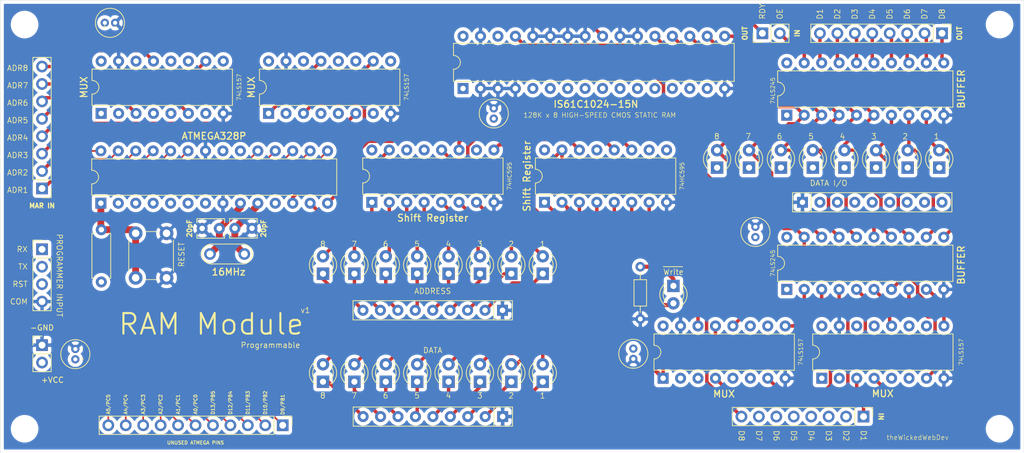
<source format=kicad_pcb>
(kicad_pcb (version 20171130) (host pcbnew "(5.1.9-0-10_14)")
  (layers (0 F.Cu signal) (1 In1.Cu signal) (2 In2.Cu signal hide) (31 B.Cu signal hide) (34 B.Paste user) (35 F.Paste user) (36 B.SilkS user) (37 F.SilkS user) (38 B.Mask user) (39 F.Mask user) (44 Edge.Cuts user))
  (net 0 "")
  (net 1 "Net-(C1-Pad2)")
  (net 2 "Net-(C2-Pad2)")
  (net 3 GND)
  (net 4 +5V)
  (net 5 /A8)
  (net 6 /A7)
  (net 7 /A6)
  (net 8 /A5)
  (net 9 /A4)
  (net 10 /A3)
  (net 11 /A2)
  (net 12 /A1)
  (net 13 "Net-(U1-Pad21)")
  (net 14 "Net-(U2-Pad1)")
  (net 15 /ADR_IN8)
  (net 16 /ADR_IN7)
  (net 17 /ADR_IN6)
  (net 18 /ADR_IN5)
  (net 19 /ADR_IN4)
  (net 20 /ADR_IN3)
  (net 21 /ADR_IN2)
  (net 22 /ADR_IN1)
  (net 23 /RAM_OE)
  (net 24 /RAM_WE)
  (net 25 /SH_OE)
  (net 26 /SH_LATCH)
  (net 27 /SH_CLK)
  (net 28 /SH_DATA)
  (net 29 /TX)
  (net 30 /RX)
  (net 31 /ADR1)
  (net 32 /ADR2)
  (net 33 /ADR3)
  (net 34 /ADR4)
  (net 35 /ADR5)
  (net 36 /ADR6)
  (net 37 /ADR7)
  (net 38 /ADR8)
  (net 39 /D8)
  (net 40 /D7)
  (net 41 /D6)
  (net 42 /D5)
  (net 43 /D4)
  (net 44 /D3)
  (net 45 /D2)
  (net 46 /D1)
  (net 47 "Net-(U3-Pad9)")
  (net 48 "Net-(U5-Pad9)")
  (net 49 "Net-(D1-Pad2)")
  (net 50 "Net-(D1-Pad1)")
  (net 51 "Net-(D2-Pad2)")
  (net 52 "Net-(D2-Pad1)")
  (net 53 "Net-(D3-Pad2)")
  (net 54 "Net-(D3-Pad1)")
  (net 55 "Net-(D4-Pad2)")
  (net 56 "Net-(D4-Pad1)")
  (net 57 "Net-(D5-Pad2)")
  (net 58 "Net-(D5-Pad1)")
  (net 59 "Net-(D6-Pad2)")
  (net 60 "Net-(D6-Pad1)")
  (net 61 "Net-(D7-Pad2)")
  (net 62 "Net-(D7-Pad1)")
  (net 63 "Net-(D8-Pad2)")
  (net 64 "Net-(D8-Pad1)")
  (net 65 "Net-(D9-Pad1)")
  (net 66 "Net-(D10-Pad1)")
  (net 67 "Net-(D11-Pad1)")
  (net 68 "Net-(D12-Pad1)")
  (net 69 "Net-(D13-Pad1)")
  (net 70 "Net-(D14-Pad1)")
  (net 71 "Net-(D15-Pad1)")
  (net 72 "Net-(D16-Pad1)")
  (net 73 "Net-(D17-Pad1)")
  (net 74 "Net-(D18-Pad1)")
  (net 75 "Net-(D19-Pad1)")
  (net 76 "Net-(D20-Pad1)")
  (net 77 "Net-(D21-Pad1)")
  (net 78 "Net-(D22-Pad1)")
  (net 79 "Net-(D23-Pad1)")
  (net 80 "Net-(D24-Pad1)")
  (net 81 /DATA_IN8)
  (net 82 /DATA_IN7)
  (net 83 /DATA_IN6)
  (net 84 /DATA_IN5)
  (net 85 /DATA_IN4)
  (net 86 /DATA_IN3)
  (net 87 /DATA_IN2)
  (net 88 /DATA_IN1)
  (net 89 /DATA1)
  (net 90 /DATA2)
  (net 91 /DATA3)
  (net 92 /DATA4)
  (net 93 /DATA5)
  (net 94 /DATA6)
  (net 95 /DATA7)
  (net 96 /DATA8)
  (net 97 /PROG_RAM_WE)
  (net 98 "Net-(J4-Pad8)")
  (net 99 "Net-(J4-Pad7)")
  (net 100 "Net-(J4-Pad6)")
  (net 101 "Net-(J4-Pad5)")
  (net 102 "Net-(J4-Pad4)")
  (net 103 "Net-(J4-Pad3)")
  (net 104 "Net-(J4-Pad2)")
  (net 105 "Net-(J4-Pad1)")
  (net 106 /RAM_OUT)
  (net 107 /RAM_READY)
  (net 108 /RESET)
  (net 109 "Net-(J7-Pad5)")
  (net 110 "Net-(J7-Pad4)")
  (net 111 "Net-(J7-Pad3)")
  (net 112 "Net-(J7-Pad2)")
  (net 113 "Net-(J7-Pad1)")
  (net 114 "Net-(J7-Pad11)")
  (net 115 "Net-(J7-Pad10)")
  (net 116 "Net-(J7-Pad9)")
  (net 117 "Net-(J7-Pad8)")
  (net 118 "Net-(J7-Pad7)")
  (net 119 "Net-(J7-Pad6)")
  (net 120 "Net-(D25-Pad1)")
  (module Resistor_THT:R_Axial_DIN0204_L3.6mm_D1.6mm_P7.62mm_Horizontal (layer F.Cu) (at 174.22 114.554 270)
    (fp_text reference R2 hide)
    (fp_text value R_Small_US hide)
    (pad 2 thru_hole oval (at 7.62 0 270) (size 1.4 1.4) (drill 0.7) (layers *.Cu *.Mask) (net 3 GND))
    (pad 1 thru_hole circle (at 0 0 270) (size 1.4 1.4) (drill 0.7) (layers *.Cu *.Mask) (net 120 "Net-(D25-Pad1)"))
  )
  (module LED_THT:LED_D3.0mm (layer F.Cu) (at 179.046 117.348 270)
    (fp_text reference D25 hide)
    (fp_text value LED hide)
    (pad 2 thru_hole circle (at 2.54 0 270) (size 1.8 1.8) (drill 0.9) (layers *.Cu *.Mask) (net 24 /RAM_WE))
    (pad 1 thru_hole rect (at 0 0 270) (size 1.8 1.8) (drill 0.9) (layers *.Cu *.Mask) (net 120 "Net-(D25-Pad1)"))
  )
  (module Connector_PinHeader_2.54mm:PinHeader_1x11_P2.54mm_Vertical (layer F.Cu) (at 122.15 137.668 270)
    (fp_text reference J7 hide)
    (fp_text value Conn_01x11 hide)
    (pad 11 thru_hole oval (at 0 25.4 270) (size 1.7 1.7) (drill 1) (layers *.Cu *.Mask) (net 114 "Net-(J7-Pad11)"))
    (pad 10 thru_hole oval (at 0 22.86 270) (size 1.7 1.7) (drill 1) (layers *.Cu *.Mask) (net 115 "Net-(J7-Pad10)"))
    (pad 9 thru_hole oval (at 0 20.32 270) (size 1.7 1.7) (drill 1) (layers *.Cu *.Mask) (net 116 "Net-(J7-Pad9)"))
    (pad 8 thru_hole oval (at 0 17.78 270) (size 1.7 1.7) (drill 1) (layers *.Cu *.Mask) (net 117 "Net-(J7-Pad8)"))
    (pad 7 thru_hole oval (at 0 15.24 270) (size 1.7 1.7) (drill 1) (layers *.Cu *.Mask) (net 118 "Net-(J7-Pad7)"))
    (pad 6 thru_hole oval (at 0 12.7 270) (size 1.7 1.7) (drill 1) (layers *.Cu *.Mask) (net 119 "Net-(J7-Pad6)"))
    (pad 5 thru_hole oval (at 0 10.16 270) (size 1.7 1.7) (drill 1) (layers *.Cu *.Mask) (net 109 "Net-(J7-Pad5)"))
    (pad 4 thru_hole oval (at 0 7.62 270) (size 1.7 1.7) (drill 1) (layers *.Cu *.Mask) (net 110 "Net-(J7-Pad4)"))
    (pad 3 thru_hole oval (at 0 5.08 270) (size 1.7 1.7) (drill 1) (layers *.Cu *.Mask) (net 111 "Net-(J7-Pad3)"))
    (pad 2 thru_hole oval (at 0 2.54 270) (size 1.7 1.7) (drill 1) (layers *.Cu *.Mask) (net 112 "Net-(J7-Pad2)"))
    (pad 1 thru_hole rect (at 0 0 270) (size 1.7 1.7) (drill 1) (layers *.Cu *.Mask) (net 113 "Net-(J7-Pad1)"))
  )
  (module Connector_PinHeader_2.54mm:PinHeader_1x04_P2.54mm_Vertical (layer F.Cu) (at 87.098 112.014)
    (fp_text reference J6 hide)
    (fp_text value Conn_01x04 hide)
    (pad 4 thru_hole oval (at 0 7.62) (size 1.7 1.7) (drill 1) (layers *.Cu *.Mask) (net 3 GND))
    (pad 3 thru_hole oval (at 0 5.08) (size 1.7 1.7) (drill 1) (layers *.Cu *.Mask) (net 108 /RESET))
    (pad 2 thru_hole oval (at 0 2.54) (size 1.7 1.7) (drill 1) (layers *.Cu *.Mask) (net 29 /TX))
    (pad 1 thru_hole rect (at 0 0) (size 1.7 1.7) (drill 1) (layers *.Cu *.Mask) (net 30 /RX))
  )
  (module Capacitor_THT:C_Radial_D4.0mm_H5.0mm_P1.50mm (layer F.Cu) (at 96.242 78.994)
    (fp_text reference C7 hide)
    (fp_text value CP1)
    (pad 2 thru_hole circle (at 1.5 0) (size 1.2 1.2) (drill 0.6) (layers *.Cu *.Mask) (net 3 GND))
    (pad 1 thru_hole circle (at 0 0) (size 1.2 1.2) (drill 0.6) (layers *.Cu *.Mask) (net 4 +5V))
  )
  (module Connector_PinHeader_2.54mm:PinHeader_1x02_P2.54mm_Vertical (layer F.Cu) (at 192 80.518 90)
    (fp_text reference J5 hide)
    (fp_text value Conn_01x02 hide)
    (pad 2 thru_hole oval (at 0 2.54 90) (size 1.7 1.7) (drill 1) (layers *.Cu *.Mask) (net 106 /RAM_OUT))
    (pad 1 thru_hole rect (at 0 0 90) (size 1.7 1.7) (drill 1) (layers *.Cu *.Mask) (net 107 /RAM_READY))
  )
  (module Package_DIP:DIP-20_W7.62mm (layer F.Cu) (at 195.556 92.456 90)
    (fp_text reference U10 hide)
    (fp_text value 74LS245 hide)
    (pad 20 thru_hole oval (at 7.62 0 90) (size 1.6 1.6) (drill 0.8) (layers *.Cu *.Mask) (net 4 +5V))
    (pad 10 thru_hole oval (at 0 22.86 90) (size 1.6 1.6) (drill 0.8) (layers *.Cu *.Mask) (net 3 GND))
    (pad 19 thru_hole oval (at 7.62 2.54 90) (size 1.6 1.6) (drill 0.8) (layers *.Cu *.Mask) (net 106 /RAM_OUT))
    (pad 9 thru_hole oval (at 0 20.32 90) (size 1.6 1.6) (drill 0.8) (layers *.Cu *.Mask) (net 63 "Net-(D8-Pad2)"))
    (pad 18 thru_hole oval (at 7.62 5.08 90) (size 1.6 1.6) (drill 0.8) (layers *.Cu *.Mask) (net 98 "Net-(J4-Pad8)"))
    (pad 8 thru_hole oval (at 0 17.78 90) (size 1.6 1.6) (drill 0.8) (layers *.Cu *.Mask) (net 61 "Net-(D7-Pad2)"))
    (pad 17 thru_hole oval (at 7.62 7.62 90) (size 1.6 1.6) (drill 0.8) (layers *.Cu *.Mask) (net 99 "Net-(J4-Pad7)"))
    (pad 7 thru_hole oval (at 0 15.24 90) (size 1.6 1.6) (drill 0.8) (layers *.Cu *.Mask) (net 59 "Net-(D6-Pad2)"))
    (pad 16 thru_hole oval (at 7.62 10.16 90) (size 1.6 1.6) (drill 0.8) (layers *.Cu *.Mask) (net 100 "Net-(J4-Pad6)"))
    (pad 6 thru_hole oval (at 0 12.7 90) (size 1.6 1.6) (drill 0.8) (layers *.Cu *.Mask) (net 57 "Net-(D5-Pad2)"))
    (pad 15 thru_hole oval (at 7.62 12.7 90) (size 1.6 1.6) (drill 0.8) (layers *.Cu *.Mask) (net 101 "Net-(J4-Pad5)"))
    (pad 5 thru_hole oval (at 0 10.16 90) (size 1.6 1.6) (drill 0.8) (layers *.Cu *.Mask) (net 55 "Net-(D4-Pad2)"))
    (pad 14 thru_hole oval (at 7.62 15.24 90) (size 1.6 1.6) (drill 0.8) (layers *.Cu *.Mask) (net 102 "Net-(J4-Pad4)"))
    (pad 4 thru_hole oval (at 0 7.62 90) (size 1.6 1.6) (drill 0.8) (layers *.Cu *.Mask) (net 53 "Net-(D3-Pad2)"))
    (pad 13 thru_hole oval (at 7.62 17.78 90) (size 1.6 1.6) (drill 0.8) (layers *.Cu *.Mask) (net 103 "Net-(J4-Pad3)"))
    (pad 3 thru_hole oval (at 0 5.08 90) (size 1.6 1.6) (drill 0.8) (layers *.Cu *.Mask) (net 51 "Net-(D2-Pad2)"))
    (pad 12 thru_hole oval (at 7.62 20.32 90) (size 1.6 1.6) (drill 0.8) (layers *.Cu *.Mask) (net 104 "Net-(J4-Pad2)"))
    (pad 2 thru_hole oval (at 0 2.54 90) (size 1.6 1.6) (drill 0.8) (layers *.Cu *.Mask) (net 49 "Net-(D1-Pad2)"))
    (pad 11 thru_hole oval (at 7.62 22.86 90) (size 1.6 1.6) (drill 0.8) (layers *.Cu *.Mask) (net 105 "Net-(J4-Pad1)"))
    (pad 1 thru_hole rect (at 0 0 90) (size 1.6 1.6) (drill 0.8) (layers *.Cu *.Mask) (net 4 +5V))
  )
  (module Capacitor_THT:C_Radial_D4.0mm_H5.0mm_P1.50mm (layer F.Cu) (at 173.204 126.492 270)
    (fp_text reference C6 hide)
    (fp_text value CP1)
    (pad 2 thru_hole circle (at 1.5 0 270) (size 1.2 1.2) (drill 0.6) (layers *.Cu *.Mask) (net 3 GND))
    (pad 1 thru_hole circle (at 0 0 270) (size 1.2 1.2) (drill 0.6) (layers *.Cu *.Mask) (net 4 +5V))
  )
  (module Connector_PinHeader_2.54mm:PinHeader_1x08_P2.54mm_Vertical (layer F.Cu) (at 218.162 80.518 270)
    (fp_text reference J4 hide)
    (fp_text value Conn_01x08 hide)
    (pad 8 thru_hole oval (at 0 17.78 270) (size 1.7 1.7) (drill 1) (layers *.Cu *.Mask) (net 98 "Net-(J4-Pad8)"))
    (pad 7 thru_hole oval (at 0 15.24 270) (size 1.7 1.7) (drill 1) (layers *.Cu *.Mask) (net 99 "Net-(J4-Pad7)"))
    (pad 6 thru_hole oval (at 0 12.7 270) (size 1.7 1.7) (drill 1) (layers *.Cu *.Mask) (net 100 "Net-(J4-Pad6)"))
    (pad 5 thru_hole oval (at 0 10.16 270) (size 1.7 1.7) (drill 1) (layers *.Cu *.Mask) (net 101 "Net-(J4-Pad5)"))
    (pad 4 thru_hole oval (at 0 7.62 270) (size 1.7 1.7) (drill 1) (layers *.Cu *.Mask) (net 102 "Net-(J4-Pad4)"))
    (pad 3 thru_hole oval (at 0 5.08 270) (size 1.7 1.7) (drill 1) (layers *.Cu *.Mask) (net 103 "Net-(J4-Pad3)"))
    (pad 2 thru_hole oval (at 0 2.54 270) (size 1.7 1.7) (drill 1) (layers *.Cu *.Mask) (net 104 "Net-(J4-Pad2)"))
    (pad 1 thru_hole rect (at 0 0 270) (size 1.7 1.7) (drill 1) (layers *.Cu *.Mask) (net 105 "Net-(J4-Pad1)"))
  )
  (module MountingHole:MountingHole_3mm (layer F.Cu) (at 226.544 79.248)
    (fp_text reference REF** hide)
    (fp_text value MountingHole_3mm hide)
    (pad 1 np_thru_hole circle (at 0 0) (size 3 3) (drill 3) (layers *.Cu *.Mask))
  )
  (module MountingHole:MountingHole_3mm (layer F.Cu) (at 226.544 138.176)
    (fp_text reference REF** hide)
    (fp_text value MountingHole_3mm hide)
    (pad 1 np_thru_hole circle (at 0 0) (size 3 3) (drill 3) (layers *.Cu *.Mask))
  )
  (module MountingHole:MountingHole_3mm (layer F.Cu) (at 84.558 138.176)
    (fp_text reference REF** hide)
    (fp_text value MountingHole_3mm hide)
    (pad 1 np_thru_hole circle (at 0 0) (size 3 3) (drill 3) (layers *.Cu *.Mask))
  )
  (module MountingHole:MountingHole_3mm (layer F.Cu) (at 84.558 79.248)
    (fp_text reference REF** hide)
    (fp_text value MountingHole_3mm hide)
    (pad 1 np_thru_hole circle (at 0 0) (size 3 3) (drill 3) (layers *.Cu *.Mask))
  )
  (module Crystal:Resonator-2Pin_W7.0mm_H2.5mm (layer F.Cu) (at 111.558 112.698)
    (fp_text reference Y1 hide)
    (fp_text value Crystal)
    (pad 2 thru_hole circle (at 5 0) (size 1.7 1.7) (drill 1) (layers *.Cu *.Mask) (net 2 "Net-(C2-Pad2)"))
    (pad 1 thru_hole circle (at 0 0) (size 1.7 1.7) (drill 1) (layers *.Cu *.Mask) (net 1 "Net-(C1-Pad2)"))
  )
  (module Package_DIP:DIP-16_W7.62mm (layer F.Cu) (at 177.546 130.81 90)
    (fp_text reference U9 hide)
    (fp_text value 74LS157)
    (pad 16 thru_hole oval (at 7.62 0 90) (size 1.6 1.6) (drill 0.8) (layers *.Cu *.Mask) (net 4 +5V))
    (pad 8 thru_hole oval (at 0 17.78 90) (size 1.6 1.6) (drill 0.8) (layers *.Cu *.Mask) (net 3 GND))
    (pad 15 thru_hole oval (at 7.62 2.54 90) (size 1.6 1.6) (drill 0.8) (layers *.Cu *.Mask) (net 3 GND))
    (pad 7 thru_hole oval (at 0 15.24 90) (size 1.6 1.6) (drill 0.8) (layers *.Cu *.Mask) (net 94 /DATA6))
    (pad 14 thru_hole oval (at 7.62 5.08 90) (size 1.6 1.6) (drill 0.8) (layers *.Cu *.Mask) (net 39 /D8))
    (pad 6 thru_hole oval (at 0 12.7 90) (size 1.6 1.6) (drill 0.8) (layers *.Cu *.Mask) (net 83 /DATA_IN6))
    (pad 13 thru_hole oval (at 7.62 7.62 90) (size 1.6 1.6) (drill 0.8) (layers *.Cu *.Mask) (net 81 /DATA_IN8))
    (pad 5 thru_hole oval (at 0 10.16 90) (size 1.6 1.6) (drill 0.8) (layers *.Cu *.Mask) (net 41 /D6))
    (pad 12 thru_hole oval (at 7.62 10.16 90) (size 1.6 1.6) (drill 0.8) (layers *.Cu *.Mask) (net 96 /DATA8))
    (pad 4 thru_hole oval (at 0 7.62 90) (size 1.6 1.6) (drill 0.8) (layers *.Cu *.Mask) (net 93 /DATA5))
    (pad 11 thru_hole oval (at 7.62 12.7 90) (size 1.6 1.6) (drill 0.8) (layers *.Cu *.Mask) (net 40 /D7))
    (pad 3 thru_hole oval (at 0 5.08 90) (size 1.6 1.6) (drill 0.8) (layers *.Cu *.Mask) (net 84 /DATA_IN5))
    (pad 10 thru_hole oval (at 7.62 15.24 90) (size 1.6 1.6) (drill 0.8) (layers *.Cu *.Mask) (net 82 /DATA_IN7))
    (pad 2 thru_hole oval (at 0 2.54 90) (size 1.6 1.6) (drill 0.8) (layers *.Cu *.Mask) (net 42 /D5))
    (pad 9 thru_hole oval (at 7.62 17.78 90) (size 1.6 1.6) (drill 0.8) (layers *.Cu *.Mask) (net 95 /DATA7))
    (pad 1 thru_hole rect (at 0 0 90) (size 1.6 1.6) (drill 0.8) (layers *.Cu *.Mask) (net 24 /RAM_WE))
  )
  (module Package_DIP:DIP-16_W7.62mm (layer F.Cu) (at 200.66 130.81 90)
    (fp_text reference U8 hide)
    (fp_text value 74LS157)
    (pad 16 thru_hole oval (at 7.62 0 90) (size 1.6 1.6) (drill 0.8) (layers *.Cu *.Mask) (net 4 +5V))
    (pad 8 thru_hole oval (at 0 17.78 90) (size 1.6 1.6) (drill 0.8) (layers *.Cu *.Mask) (net 3 GND))
    (pad 15 thru_hole oval (at 7.62 2.54 90) (size 1.6 1.6) (drill 0.8) (layers *.Cu *.Mask) (net 3 GND))
    (pad 7 thru_hole oval (at 0 15.24 90) (size 1.6 1.6) (drill 0.8) (layers *.Cu *.Mask) (net 90 /DATA2))
    (pad 14 thru_hole oval (at 7.62 5.08 90) (size 1.6 1.6) (drill 0.8) (layers *.Cu *.Mask) (net 43 /D4))
    (pad 6 thru_hole oval (at 0 12.7 90) (size 1.6 1.6) (drill 0.8) (layers *.Cu *.Mask) (net 87 /DATA_IN2))
    (pad 13 thru_hole oval (at 7.62 7.62 90) (size 1.6 1.6) (drill 0.8) (layers *.Cu *.Mask) (net 85 /DATA_IN4))
    (pad 5 thru_hole oval (at 0 10.16 90) (size 1.6 1.6) (drill 0.8) (layers *.Cu *.Mask) (net 45 /D2))
    (pad 12 thru_hole oval (at 7.62 10.16 90) (size 1.6 1.6) (drill 0.8) (layers *.Cu *.Mask) (net 92 /DATA4))
    (pad 4 thru_hole oval (at 0 7.62 90) (size 1.6 1.6) (drill 0.8) (layers *.Cu *.Mask) (net 89 /DATA1))
    (pad 11 thru_hole oval (at 7.62 12.7 90) (size 1.6 1.6) (drill 0.8) (layers *.Cu *.Mask) (net 44 /D3))
    (pad 3 thru_hole oval (at 0 5.08 90) (size 1.6 1.6) (drill 0.8) (layers *.Cu *.Mask) (net 88 /DATA_IN1))
    (pad 10 thru_hole oval (at 7.62 15.24 90) (size 1.6 1.6) (drill 0.8) (layers *.Cu *.Mask) (net 86 /DATA_IN3))
    (pad 2 thru_hole oval (at 0 2.54 90) (size 1.6 1.6) (drill 0.8) (layers *.Cu *.Mask) (net 46 /D1))
    (pad 9 thru_hole oval (at 7.62 17.78 90) (size 1.6 1.6) (drill 0.8) (layers *.Cu *.Mask) (net 91 /DATA3))
    (pad 1 thru_hole rect (at 0 0 90) (size 1.6 1.6) (drill 0.8) (layers *.Cu *.Mask) (net 97 /PROG_RAM_WE))
  )
  (module Package_DIP:DIP-16_W7.62mm (layer F.Cu) (at 95.71 92.202 90)
    (fp_text reference U7 hide)
    (fp_text value 74LS157)
    (pad 16 thru_hole oval (at 7.62 0 90) (size 1.6 1.6) (drill 0.8) (layers *.Cu *.Mask) (net 4 +5V))
    (pad 8 thru_hole oval (at 0 17.78 90) (size 1.6 1.6) (drill 0.8) (layers *.Cu *.Mask) (net 3 GND))
    (pad 15 thru_hole oval (at 7.62 2.54 90) (size 1.6 1.6) (drill 0.8) (layers *.Cu *.Mask) (net 3 GND))
    (pad 7 thru_hole oval (at 0 15.24 90) (size 1.6 1.6) (drill 0.8) (layers *.Cu *.Mask) (net 7 /A6))
    (pad 14 thru_hole oval (at 7.62 5.08 90) (size 1.6 1.6) (drill 0.8) (layers *.Cu *.Mask) (net 38 /ADR8))
    (pad 6 thru_hole oval (at 0 12.7 90) (size 1.6 1.6) (drill 0.8) (layers *.Cu *.Mask) (net 17 /ADR_IN6))
    (pad 13 thru_hole oval (at 7.62 7.62 90) (size 1.6 1.6) (drill 0.8) (layers *.Cu *.Mask) (net 15 /ADR_IN8))
    (pad 5 thru_hole oval (at 0 10.16 90) (size 1.6 1.6) (drill 0.8) (layers *.Cu *.Mask) (net 36 /ADR6))
    (pad 12 thru_hole oval (at 7.62 10.16 90) (size 1.6 1.6) (drill 0.8) (layers *.Cu *.Mask) (net 5 /A8))
    (pad 4 thru_hole oval (at 0 7.62 90) (size 1.6 1.6) (drill 0.8) (layers *.Cu *.Mask) (net 8 /A5))
    (pad 11 thru_hole oval (at 7.62 12.7 90) (size 1.6 1.6) (drill 0.8) (layers *.Cu *.Mask) (net 37 /ADR7))
    (pad 3 thru_hole oval (at 0 5.08 90) (size 1.6 1.6) (drill 0.8) (layers *.Cu *.Mask) (net 18 /ADR_IN5))
    (pad 10 thru_hole oval (at 7.62 15.24 90) (size 1.6 1.6) (drill 0.8) (layers *.Cu *.Mask) (net 16 /ADR_IN7))
    (pad 2 thru_hole oval (at 0 2.54 90) (size 1.6 1.6) (drill 0.8) (layers *.Cu *.Mask) (net 35 /ADR5))
    (pad 9 thru_hole oval (at 7.62 17.78 90) (size 1.6 1.6) (drill 0.8) (layers *.Cu *.Mask) (net 6 /A7))
    (pad 1 thru_hole rect (at 0 0 90) (size 1.6 1.6) (drill 0.8) (layers *.Cu *.Mask) (net 24 /RAM_WE))
  )
  (module Package_DIP:DIP-16_W7.62mm (layer F.Cu) (at 120.094 92.202 90)
    (fp_text reference U6 hide)
    (fp_text value 74LS157)
    (pad 16 thru_hole oval (at 7.62 0 90) (size 1.6 1.6) (drill 0.8) (layers *.Cu *.Mask) (net 4 +5V))
    (pad 8 thru_hole oval (at 0 17.78 90) (size 1.6 1.6) (drill 0.8) (layers *.Cu *.Mask) (net 3 GND))
    (pad 15 thru_hole oval (at 7.62 2.54 90) (size 1.6 1.6) (drill 0.8) (layers *.Cu *.Mask) (net 3 GND))
    (pad 7 thru_hole oval (at 0 15.24 90) (size 1.6 1.6) (drill 0.8) (layers *.Cu *.Mask) (net 11 /A2))
    (pad 14 thru_hole oval (at 7.62 5.08 90) (size 1.6 1.6) (drill 0.8) (layers *.Cu *.Mask) (net 34 /ADR4))
    (pad 6 thru_hole oval (at 0 12.7 90) (size 1.6 1.6) (drill 0.8) (layers *.Cu *.Mask) (net 21 /ADR_IN2))
    (pad 13 thru_hole oval (at 7.62 7.62 90) (size 1.6 1.6) (drill 0.8) (layers *.Cu *.Mask) (net 19 /ADR_IN4))
    (pad 5 thru_hole oval (at 0 10.16 90) (size 1.6 1.6) (drill 0.8) (layers *.Cu *.Mask) (net 32 /ADR2))
    (pad 12 thru_hole oval (at 7.62 10.16 90) (size 1.6 1.6) (drill 0.8) (layers *.Cu *.Mask) (net 9 /A4))
    (pad 4 thru_hole oval (at 0 7.62 90) (size 1.6 1.6) (drill 0.8) (layers *.Cu *.Mask) (net 12 /A1))
    (pad 11 thru_hole oval (at 7.62 12.7 90) (size 1.6 1.6) (drill 0.8) (layers *.Cu *.Mask) (net 33 /ADR3))
    (pad 3 thru_hole oval (at 0 5.08 90) (size 1.6 1.6) (drill 0.8) (layers *.Cu *.Mask) (net 22 /ADR_IN1))
    (pad 10 thru_hole oval (at 7.62 15.24 90) (size 1.6 1.6) (drill 0.8) (layers *.Cu *.Mask) (net 20 /ADR_IN3))
    (pad 2 thru_hole oval (at 0 2.54 90) (size 1.6 1.6) (drill 0.8) (layers *.Cu *.Mask) (net 31 /ADR1))
    (pad 9 thru_hole oval (at 7.62 17.78 90) (size 1.6 1.6) (drill 0.8) (layers *.Cu *.Mask) (net 10 /A3))
    (pad 1 thru_hole rect (at 0 0 90) (size 1.6 1.6) (drill 0.8) (layers *.Cu *.Mask) (net 24 /RAM_WE))
  )
  (module Package_DIP:DIP-16_W7.62mm (layer F.Cu) (at 160.274 105.156 90)
    (fp_text reference U5 hide)
    (fp_text value 74HC595)
    (pad 1 thru_hole rect (at 0 0 90) (size 1.6 1.6) (drill 0.8) (layers *.Cu *.Mask) (net 40 /D7))
    (pad 9 thru_hole oval (at 7.62 17.78 90) (size 1.6 1.6) (drill 0.8) (layers *.Cu *.Mask) (net 48 "Net-(U5-Pad9)"))
    (pad 2 thru_hole oval (at 0 2.54 90) (size 1.6 1.6) (drill 0.8) (layers *.Cu *.Mask) (net 41 /D6))
    (pad 10 thru_hole oval (at 7.62 15.24 90) (size 1.6 1.6) (drill 0.8) (layers *.Cu *.Mask) (net 4 +5V))
    (pad 3 thru_hole oval (at 0 5.08 90) (size 1.6 1.6) (drill 0.8) (layers *.Cu *.Mask) (net 42 /D5))
    (pad 11 thru_hole oval (at 7.62 12.7 90) (size 1.6 1.6) (drill 0.8) (layers *.Cu *.Mask) (net 27 /SH_CLK))
    (pad 4 thru_hole oval (at 0 7.62 90) (size 1.6 1.6) (drill 0.8) (layers *.Cu *.Mask) (net 43 /D4))
    (pad 12 thru_hole oval (at 7.62 10.16 90) (size 1.6 1.6) (drill 0.8) (layers *.Cu *.Mask) (net 26 /SH_LATCH))
    (pad 5 thru_hole oval (at 0 10.16 90) (size 1.6 1.6) (drill 0.8) (layers *.Cu *.Mask) (net 44 /D3))
    (pad 13 thru_hole oval (at 7.62 7.62 90) (size 1.6 1.6) (drill 0.8) (layers *.Cu *.Mask) (net 25 /SH_OE))
    (pad 6 thru_hole oval (at 0 12.7 90) (size 1.6 1.6) (drill 0.8) (layers *.Cu *.Mask) (net 45 /D2))
    (pad 14 thru_hole oval (at 7.62 5.08 90) (size 1.6 1.6) (drill 0.8) (layers *.Cu *.Mask) (net 47 "Net-(U3-Pad9)"))
    (pad 7 thru_hole oval (at 0 15.24 90) (size 1.6 1.6) (drill 0.8) (layers *.Cu *.Mask) (net 46 /D1))
    (pad 15 thru_hole oval (at 7.62 2.54 90) (size 1.6 1.6) (drill 0.8) (layers *.Cu *.Mask) (net 39 /D8))
    (pad 8 thru_hole oval (at 0 17.78 90) (size 1.6 1.6) (drill 0.8) (layers *.Cu *.Mask) (net 3 GND))
    (pad 16 thru_hole oval (at 7.62 0 90) (size 1.6 1.6) (drill 0.8) (layers *.Cu *.Mask) (net 4 +5V))
  )
  (module Package_DIP:DIP-20_W7.62mm (layer F.Cu) (at 195.556 117.856 90)
    (fp_text reference U4 hide)
    (fp_text value 74LS245)
    (pad 20 thru_hole oval (at 7.62 0 90) (size 1.6 1.6) (drill 0.8) (layers *.Cu *.Mask) (net 4 +5V))
    (pad 10 thru_hole oval (at 0 22.86 90) (size 1.6 1.6) (drill 0.8) (layers *.Cu *.Mask) (net 3 GND))
    (pad 19 thru_hole oval (at 7.62 2.54 90) (size 1.6 1.6) (drill 0.8) (layers *.Cu *.Mask) (net 24 /RAM_WE))
    (pad 9 thru_hole oval (at 0 20.32 90) (size 1.6 1.6) (drill 0.8) (layers *.Cu *.Mask) (net 89 /DATA1))
    (pad 18 thru_hole oval (at 7.62 5.08 90) (size 1.6 1.6) (drill 0.8) (layers *.Cu *.Mask) (net 49 "Net-(D1-Pad2)"))
    (pad 8 thru_hole oval (at 0 17.78 90) (size 1.6 1.6) (drill 0.8) (layers *.Cu *.Mask) (net 90 /DATA2))
    (pad 17 thru_hole oval (at 7.62 7.62 90) (size 1.6 1.6) (drill 0.8) (layers *.Cu *.Mask) (net 51 "Net-(D2-Pad2)"))
    (pad 7 thru_hole oval (at 0 15.24 90) (size 1.6 1.6) (drill 0.8) (layers *.Cu *.Mask) (net 91 /DATA3))
    (pad 16 thru_hole oval (at 7.62 10.16 90) (size 1.6 1.6) (drill 0.8) (layers *.Cu *.Mask) (net 53 "Net-(D3-Pad2)"))
    (pad 6 thru_hole oval (at 0 12.7 90) (size 1.6 1.6) (drill 0.8) (layers *.Cu *.Mask) (net 92 /DATA4))
    (pad 15 thru_hole oval (at 7.62 12.7 90) (size 1.6 1.6) (drill 0.8) (layers *.Cu *.Mask) (net 55 "Net-(D4-Pad2)"))
    (pad 5 thru_hole oval (at 0 10.16 90) (size 1.6 1.6) (drill 0.8) (layers *.Cu *.Mask) (net 93 /DATA5))
    (pad 14 thru_hole oval (at 7.62 15.24 90) (size 1.6 1.6) (drill 0.8) (layers *.Cu *.Mask) (net 57 "Net-(D5-Pad2)"))
    (pad 4 thru_hole oval (at 0 7.62 90) (size 1.6 1.6) (drill 0.8) (layers *.Cu *.Mask) (net 94 /DATA6))
    (pad 13 thru_hole oval (at 7.62 17.78 90) (size 1.6 1.6) (drill 0.8) (layers *.Cu *.Mask) (net 59 "Net-(D6-Pad2)"))
    (pad 3 thru_hole oval (at 0 5.08 90) (size 1.6 1.6) (drill 0.8) (layers *.Cu *.Mask) (net 95 /DATA7))
    (pad 12 thru_hole oval (at 7.62 20.32 90) (size 1.6 1.6) (drill 0.8) (layers *.Cu *.Mask) (net 61 "Net-(D7-Pad2)"))
    (pad 2 thru_hole oval (at 0 2.54 90) (size 1.6 1.6) (drill 0.8) (layers *.Cu *.Mask) (net 96 /DATA8))
    (pad 11 thru_hole oval (at 7.62 22.86 90) (size 1.6 1.6) (drill 0.8) (layers *.Cu *.Mask) (net 63 "Net-(D8-Pad2)"))
    (pad 1 thru_hole rect (at 0 0 90) (size 1.6 1.6) (drill 0.8) (layers *.Cu *.Mask) (net 4 +5V))
  )
  (module Package_DIP:DIP-16_W7.62mm (layer F.Cu) (at 135.128 105.156 90)
    (fp_text reference U3 hide)
    (fp_text value 74HC595)
    (pad 16 thru_hole oval (at 7.62 0 90) (size 1.6 1.6) (drill 0.8) (layers *.Cu *.Mask) (net 4 +5V))
    (pad 8 thru_hole oval (at 0 17.78 90) (size 1.6 1.6) (drill 0.8) (layers *.Cu *.Mask) (net 3 GND))
    (pad 15 thru_hole oval (at 7.62 2.54 90) (size 1.6 1.6) (drill 0.8) (layers *.Cu *.Mask) (net 38 /ADR8))
    (pad 7 thru_hole oval (at 0 15.24 90) (size 1.6 1.6) (drill 0.8) (layers *.Cu *.Mask) (net 31 /ADR1))
    (pad 14 thru_hole oval (at 7.62 5.08 90) (size 1.6 1.6) (drill 0.8) (layers *.Cu *.Mask) (net 28 /SH_DATA))
    (pad 6 thru_hole oval (at 0 12.7 90) (size 1.6 1.6) (drill 0.8) (layers *.Cu *.Mask) (net 32 /ADR2))
    (pad 13 thru_hole oval (at 7.62 7.62 90) (size 1.6 1.6) (drill 0.8) (layers *.Cu *.Mask) (net 25 /SH_OE))
    (pad 5 thru_hole oval (at 0 10.16 90) (size 1.6 1.6) (drill 0.8) (layers *.Cu *.Mask) (net 33 /ADR3))
    (pad 12 thru_hole oval (at 7.62 10.16 90) (size 1.6 1.6) (drill 0.8) (layers *.Cu *.Mask) (net 26 /SH_LATCH))
    (pad 4 thru_hole oval (at 0 7.62 90) (size 1.6 1.6) (drill 0.8) (layers *.Cu *.Mask) (net 34 /ADR4))
    (pad 11 thru_hole oval (at 7.62 12.7 90) (size 1.6 1.6) (drill 0.8) (layers *.Cu *.Mask) (net 27 /SH_CLK))
    (pad 3 thru_hole oval (at 0 5.08 90) (size 1.6 1.6) (drill 0.8) (layers *.Cu *.Mask) (net 35 /ADR5))
    (pad 10 thru_hole oval (at 7.62 15.24 90) (size 1.6 1.6) (drill 0.8) (layers *.Cu *.Mask) (net 4 +5V))
    (pad 2 thru_hole oval (at 0 2.54 90) (size 1.6 1.6) (drill 0.8) (layers *.Cu *.Mask) (net 36 /ADR6))
    (pad 9 thru_hole oval (at 7.62 17.78 90) (size 1.6 1.6) (drill 0.8) (layers *.Cu *.Mask) (net 47 "Net-(U3-Pad9)"))
    (pad 1 thru_hole rect (at 0 0 90) (size 1.6 1.6) (drill 0.8) (layers *.Cu *.Mask) (net 37 /ADR7))
  )
  (module Package_DIP:DIP-32_W7.62mm (layer F.Cu) (at 148.41 88.566 90)
    (fp_text reference U2 hide)
    (fp_text value IS61C1024-15N hide)
    (pad 32 thru_hole oval (at 7.62 0 90) (size 1.6 1.6) (drill 0.8) (layers *.Cu *.Mask) (net 4 +5V))
    (pad 16 thru_hole oval (at 0 38.1 90) (size 1.6 1.6) (drill 0.8) (layers *.Cu *.Mask) (net 3 GND))
    (pad 31 thru_hole oval (at 7.62 2.54 90) (size 1.6 1.6) (drill 0.8) (layers *.Cu *.Mask) (net 3 GND))
    (pad 15 thru_hole oval (at 0 35.56 90) (size 1.6 1.6) (drill 0.8) (layers *.Cu *.Mask) (net 59 "Net-(D6-Pad2)"))
    (pad 30 thru_hole oval (at 7.62 5.08 90) (size 1.6 1.6) (drill 0.8) (layers *.Cu *.Mask) (net 4 +5V))
    (pad 14 thru_hole oval (at 0 33.02 90) (size 1.6 1.6) (drill 0.8) (layers *.Cu *.Mask) (net 61 "Net-(D7-Pad2)"))
    (pad 29 thru_hole oval (at 7.62 7.62 90) (size 1.6 1.6) (drill 0.8) (layers *.Cu *.Mask) (net 24 /RAM_WE))
    (pad 13 thru_hole oval (at 0 30.48 90) (size 1.6 1.6) (drill 0.8) (layers *.Cu *.Mask) (net 63 "Net-(D8-Pad2)"))
    (pad 28 thru_hole oval (at 7.62 10.16 90) (size 1.6 1.6) (drill 0.8) (layers *.Cu *.Mask) (net 3 GND))
    (pad 12 thru_hole oval (at 0 27.94 90) (size 1.6 1.6) (drill 0.8) (layers *.Cu *.Mask) (net 12 /A1))
    (pad 27 thru_hole oval (at 7.62 12.7 90) (size 1.6 1.6) (drill 0.8) (layers *.Cu *.Mask) (net 3 GND))
    (pad 11 thru_hole oval (at 0 25.4 90) (size 1.6 1.6) (drill 0.8) (layers *.Cu *.Mask) (net 11 /A2))
    (pad 26 thru_hole oval (at 7.62 15.24 90) (size 1.6 1.6) (drill 0.8) (layers *.Cu *.Mask) (net 3 GND))
    (pad 10 thru_hole oval (at 0 22.86 90) (size 1.6 1.6) (drill 0.8) (layers *.Cu *.Mask) (net 10 /A3))
    (pad 25 thru_hole oval (at 7.62 17.78 90) (size 1.6 1.6) (drill 0.8) (layers *.Cu *.Mask) (net 3 GND))
    (pad 9 thru_hole oval (at 0 20.32 90) (size 1.6 1.6) (drill 0.8) (layers *.Cu *.Mask) (net 9 /A4))
    (pad 24 thru_hole oval (at 7.62 20.32 90) (size 1.6 1.6) (drill 0.8) (layers *.Cu *.Mask) (net 23 /RAM_OE))
    (pad 8 thru_hole oval (at 0 17.78 90) (size 1.6 1.6) (drill 0.8) (layers *.Cu *.Mask) (net 8 /A5))
    (pad 23 thru_hole oval (at 7.62 22.86 90) (size 1.6 1.6) (drill 0.8) (layers *.Cu *.Mask) (net 3 GND))
    (pad 7 thru_hole oval (at 0 15.24 90) (size 1.6 1.6) (drill 0.8) (layers *.Cu *.Mask) (net 7 /A6))
    (pad 22 thru_hole oval (at 7.62 25.4 90) (size 1.6 1.6) (drill 0.8) (layers *.Cu *.Mask) (net 3 GND))
    (pad 6 thru_hole oval (at 0 12.7 90) (size 1.6 1.6) (drill 0.8) (layers *.Cu *.Mask) (net 6 /A7))
    (pad 21 thru_hole oval (at 7.62 27.94 90) (size 1.6 1.6) (drill 0.8) (layers *.Cu *.Mask) (net 49 "Net-(D1-Pad2)"))
    (pad 5 thru_hole oval (at 0 10.16 90) (size 1.6 1.6) (drill 0.8) (layers *.Cu *.Mask) (net 5 /A8))
    (pad 20 thru_hole oval (at 7.62 30.48 90) (size 1.6 1.6) (drill 0.8) (layers *.Cu *.Mask) (net 51 "Net-(D2-Pad2)"))
    (pad 4 thru_hole oval (at 0 7.62 90) (size 1.6 1.6) (drill 0.8) (layers *.Cu *.Mask) (net 3 GND))
    (pad 19 thru_hole oval (at 7.62 33.02 90) (size 1.6 1.6) (drill 0.8) (layers *.Cu *.Mask) (net 53 "Net-(D3-Pad2)"))
    (pad 3 thru_hole oval (at 0 5.08 90) (size 1.6 1.6) (drill 0.8) (layers *.Cu *.Mask) (net 3 GND))
    (pad 18 thru_hole oval (at 7.62 35.56 90) (size 1.6 1.6) (drill 0.8) (layers *.Cu *.Mask) (net 55 "Net-(D4-Pad2)"))
    (pad 2 thru_hole oval (at 0 2.54 90) (size 1.6 1.6) (drill 0.8) (layers *.Cu *.Mask) (net 3 GND))
    (pad 17 thru_hole oval (at 7.62 38.1 90) (size 1.6 1.6) (drill 0.8) (layers *.Cu *.Mask) (net 57 "Net-(D5-Pad2)"))
    (pad 1 thru_hole rect (at 0 0 90) (size 1.6 1.6) (drill 0.8) (layers *.Cu *.Mask) (net 14 "Net-(U2-Pad1)"))
  )
  (module Package_DIP:DIP-28_W7.62mm (layer F.Cu) (at 95.664 105.29 90)
    (fp_text reference U1 hide)
    (fp_text value ATmega328-PU hide)
    (pad 28 thru_hole oval (at 7.62 0 90) (size 1.6 1.6) (drill 0.8) (layers *.Cu *.Mask) (net 114 "Net-(J7-Pad11)"))
    (pad 14 thru_hole oval (at 0 33.02 90) (size 1.6 1.6) (drill 0.8) (layers *.Cu *.Mask) (net 107 /RAM_READY))
    (pad 27 thru_hole oval (at 7.62 2.54 90) (size 1.6 1.6) (drill 0.8) (layers *.Cu *.Mask) (net 115 "Net-(J7-Pad10)"))
    (pad 13 thru_hole oval (at 0 30.48 90) (size 1.6 1.6) (drill 0.8) (layers *.Cu *.Mask) (net 23 /RAM_OE))
    (pad 26 thru_hole oval (at 7.62 5.08 90) (size 1.6 1.6) (drill 0.8) (layers *.Cu *.Mask) (net 116 "Net-(J7-Pad9)"))
    (pad 12 thru_hole oval (at 0 27.94 90) (size 1.6 1.6) (drill 0.8) (layers *.Cu *.Mask) (net 24 /RAM_WE))
    (pad 25 thru_hole oval (at 7.62 7.62 90) (size 1.6 1.6) (drill 0.8) (layers *.Cu *.Mask) (net 117 "Net-(J7-Pad8)"))
    (pad 11 thru_hole oval (at 0 25.4 90) (size 1.6 1.6) (drill 0.8) (layers *.Cu *.Mask) (net 25 /SH_OE))
    (pad 24 thru_hole oval (at 7.62 10.16 90) (size 1.6 1.6) (drill 0.8) (layers *.Cu *.Mask) (net 118 "Net-(J7-Pad7)"))
    (pad 10 thru_hole oval (at 0 22.86 90) (size 1.6 1.6) (drill 0.8) (layers *.Cu *.Mask) (net 2 "Net-(C2-Pad2)"))
    (pad 23 thru_hole oval (at 7.62 12.7 90) (size 1.6 1.6) (drill 0.8) (layers *.Cu *.Mask) (net 119 "Net-(J7-Pad6)"))
    (pad 9 thru_hole oval (at 0 20.32 90) (size 1.6 1.6) (drill 0.8) (layers *.Cu *.Mask) (net 1 "Net-(C1-Pad2)"))
    (pad 22 thru_hole oval (at 7.62 15.24 90) (size 1.6 1.6) (drill 0.8) (layers *.Cu *.Mask) (net 3 GND))
    (pad 8 thru_hole oval (at 0 17.78 90) (size 1.6 1.6) (drill 0.8) (layers *.Cu *.Mask) (net 3 GND))
    (pad 21 thru_hole oval (at 7.62 17.78 90) (size 1.6 1.6) (drill 0.8) (layers *.Cu *.Mask) (net 13 "Net-(U1-Pad21)"))
    (pad 7 thru_hole oval (at 0 15.24 90) (size 1.6 1.6) (drill 0.8) (layers *.Cu *.Mask) (net 4 +5V))
    (pad 20 thru_hole oval (at 7.62 20.32 90) (size 1.6 1.6) (drill 0.8) (layers *.Cu *.Mask) (net 4 +5V))
    (pad 6 thru_hole oval (at 0 12.7 90) (size 1.6 1.6) (drill 0.8) (layers *.Cu *.Mask) (net 26 /SH_LATCH))
    (pad 19 thru_hole oval (at 7.62 22.86 90) (size 1.6 1.6) (drill 0.8) (layers *.Cu *.Mask) (net 109 "Net-(J7-Pad5)"))
    (pad 5 thru_hole oval (at 0 10.16 90) (size 1.6 1.6) (drill 0.8) (layers *.Cu *.Mask) (net 27 /SH_CLK))
    (pad 18 thru_hole oval (at 7.62 25.4 90) (size 1.6 1.6) (drill 0.8) (layers *.Cu *.Mask) (net 110 "Net-(J7-Pad4)"))
    (pad 4 thru_hole oval (at 0 7.62 90) (size 1.6 1.6) (drill 0.8) (layers *.Cu *.Mask) (net 28 /SH_DATA))
    (pad 17 thru_hole oval (at 7.62 27.94 90) (size 1.6 1.6) (drill 0.8) (layers *.Cu *.Mask) (net 111 "Net-(J7-Pad3)"))
    (pad 3 thru_hole oval (at 0 5.08 90) (size 1.6 1.6) (drill 0.8) (layers *.Cu *.Mask) (net 29 /TX))
    (pad 16 thru_hole oval (at 7.62 30.48 90) (size 1.6 1.6) (drill 0.8) (layers *.Cu *.Mask) (net 112 "Net-(J7-Pad2)"))
    (pad 2 thru_hole oval (at 0 2.54 90) (size 1.6 1.6) (drill 0.8) (layers *.Cu *.Mask) (net 30 /RX))
    (pad 15 thru_hole oval (at 7.62 33.02 90) (size 1.6 1.6) (drill 0.8) (layers *.Cu *.Mask) (net 113 "Net-(J7-Pad1)"))
    (pad 1 thru_hole rect (at 0 0 90) (size 1.6 1.6) (drill 0.8) (layers *.Cu *.Mask) (net 108 /RESET))
  )
  (module Button_Switch_THT:SW_PUSH_6mm (layer F.Cu) (at 105.23 109.674 270)
    (fp_text reference SW1 hide)
    (fp_text value SW_Push)
    (pad 1 thru_hole circle (at 6.5 0) (size 2 2) (drill 1.1) (layers *.Cu *.Mask) (net 3 GND))
    (pad 2 thru_hole circle (at 6.5 4.5) (size 2 2) (drill 1.1) (layers *.Cu *.Mask) (net 108 /RESET))
    (pad 1 thru_hole circle (at 0 0) (size 2 2) (drill 1.1) (layers *.Cu *.Mask) (net 3 GND))
    (pad 2 thru_hole circle (at 0 4.5) (size 2 2) (drill 1.1) (layers *.Cu *.Mask) (net 108 /RESET))
  )
  (module Resistor_THT:R_Array_SIP9 (layer F.Cu) (at 154.154 120.904 180)
    (fp_text reference RN3 hide)
    (fp_text value R_Network08_US hide)
    (pad 9 thru_hole oval (at 20.32 0 180) (size 1.6 1.6) (drill 0.8) (layers *.Cu *.Mask) (net 66 "Net-(D10-Pad1)"))
    (pad 8 thru_hole oval (at 17.78 0 180) (size 1.6 1.6) (drill 0.8) (layers *.Cu *.Mask) (net 68 "Net-(D12-Pad1)"))
    (pad 7 thru_hole oval (at 15.24 0 180) (size 1.6 1.6) (drill 0.8) (layers *.Cu *.Mask) (net 70 "Net-(D14-Pad1)"))
    (pad 6 thru_hole oval (at 12.7 0 180) (size 1.6 1.6) (drill 0.8) (layers *.Cu *.Mask) (net 72 "Net-(D16-Pad1)"))
    (pad 5 thru_hole oval (at 10.16 0 180) (size 1.6 1.6) (drill 0.8) (layers *.Cu *.Mask) (net 74 "Net-(D18-Pad1)"))
    (pad 4 thru_hole oval (at 7.62 0 180) (size 1.6 1.6) (drill 0.8) (layers *.Cu *.Mask) (net 76 "Net-(D20-Pad1)"))
    (pad 3 thru_hole oval (at 5.08 0 180) (size 1.6 1.6) (drill 0.8) (layers *.Cu *.Mask) (net 78 "Net-(D22-Pad1)"))
    (pad 2 thru_hole oval (at 2.54 0 180) (size 1.6 1.6) (drill 0.8) (layers *.Cu *.Mask) (net 80 "Net-(D24-Pad1)"))
    (pad 1 thru_hole rect (at 0 0 180) (size 1.6 1.6) (drill 0.8) (layers *.Cu *.Mask) (net 3 GND))
  )
  (module Resistor_THT:R_Array_SIP9 (layer F.Cu) (at 154.178 136.398 180)
    (fp_text reference RN2 hide)
    (fp_text value R_Network08_US hide)
    (pad 9 thru_hole oval (at 20.32 0 180) (size 1.6 1.6) (drill 0.8) (layers *.Cu *.Mask) (net 65 "Net-(D9-Pad1)"))
    (pad 8 thru_hole oval (at 17.78 0 180) (size 1.6 1.6) (drill 0.8) (layers *.Cu *.Mask) (net 67 "Net-(D11-Pad1)"))
    (pad 7 thru_hole oval (at 15.24 0 180) (size 1.6 1.6) (drill 0.8) (layers *.Cu *.Mask) (net 69 "Net-(D13-Pad1)"))
    (pad 6 thru_hole oval (at 12.7 0 180) (size 1.6 1.6) (drill 0.8) (layers *.Cu *.Mask) (net 71 "Net-(D15-Pad1)"))
    (pad 5 thru_hole oval (at 10.16 0 180) (size 1.6 1.6) (drill 0.8) (layers *.Cu *.Mask) (net 73 "Net-(D17-Pad1)"))
    (pad 4 thru_hole oval (at 7.62 0 180) (size 1.6 1.6) (drill 0.8) (layers *.Cu *.Mask) (net 75 "Net-(D19-Pad1)"))
    (pad 3 thru_hole oval (at 5.08 0 180) (size 1.6 1.6) (drill 0.8) (layers *.Cu *.Mask) (net 77 "Net-(D21-Pad1)"))
    (pad 2 thru_hole oval (at 2.54 0 180) (size 1.6 1.6) (drill 0.8) (layers *.Cu *.Mask) (net 79 "Net-(D23-Pad1)"))
    (pad 1 thru_hole rect (at 0 0 180) (size 1.6 1.6) (drill 0.8) (layers *.Cu *.Mask) (net 3 GND))
  )
  (module Resistor_THT:R_Array_SIP9 (layer F.Cu) (at 197.842 105.156)
    (fp_text reference RN1 hide)
    (fp_text value R_Network08_US)
    (pad 9 thru_hole oval (at 20.32 0) (size 1.6 1.6) (drill 0.8) (layers *.Cu *.Mask) (net 64 "Net-(D8-Pad1)"))
    (pad 8 thru_hole oval (at 17.78 0) (size 1.6 1.6) (drill 0.8) (layers *.Cu *.Mask) (net 62 "Net-(D7-Pad1)"))
    (pad 7 thru_hole oval (at 15.24 0) (size 1.6 1.6) (drill 0.8) (layers *.Cu *.Mask) (net 60 "Net-(D6-Pad1)"))
    (pad 6 thru_hole oval (at 12.7 0) (size 1.6 1.6) (drill 0.8) (layers *.Cu *.Mask) (net 58 "Net-(D5-Pad1)"))
    (pad 5 thru_hole oval (at 10.16 0) (size 1.6 1.6) (drill 0.8) (layers *.Cu *.Mask) (net 56 "Net-(D4-Pad1)"))
    (pad 4 thru_hole oval (at 7.62 0) (size 1.6 1.6) (drill 0.8) (layers *.Cu *.Mask) (net 54 "Net-(D3-Pad1)"))
    (pad 3 thru_hole oval (at 5.08 0) (size 1.6 1.6) (drill 0.8) (layers *.Cu *.Mask) (net 52 "Net-(D2-Pad1)"))
    (pad 2 thru_hole oval (at 2.54 0) (size 1.6 1.6) (drill 0.8) (layers *.Cu *.Mask) (net 50 "Net-(D1-Pad1)"))
    (pad 1 thru_hole rect (at 0 0) (size 1.6 1.6) (drill 0.8) (layers *.Cu *.Mask) (net 3 GND))
  )
  (module Resistor_THT:R_Axial_DIN0207_L6.3mm_D2.5mm_P7.62mm_Horizontal (layer F.Cu) (at 95.73 116.774 90)
    (fp_text reference R1 hide)
    (fp_text value R_Small_US)
    (pad 2 thru_hole oval (at 7.62 0 90) (size 1.6 1.6) (drill 0.8) (layers *.Cu *.Mask) (net 108 /RESET))
    (pad 1 thru_hole circle (at 0 0 90) (size 1.6 1.6) (drill 0.8) (layers *.Cu *.Mask) (net 4 +5V))
  )
  (module Connector_PinHeader_2.54mm:PinHeader_1x08_P2.54mm_Vertical (layer F.Cu) (at 206.732 136.398 270)
    (fp_text reference J3 hide)
    (fp_text value Conn_01x08 hide)
    (pad 8 thru_hole oval (at 0 17.78 270) (size 1.7 1.7) (drill 1) (layers *.Cu *.Mask) (net 81 /DATA_IN8))
    (pad 7 thru_hole oval (at 0 15.24 270) (size 1.7 1.7) (drill 1) (layers *.Cu *.Mask) (net 82 /DATA_IN7))
    (pad 6 thru_hole oval (at 0 12.7 270) (size 1.7 1.7) (drill 1) (layers *.Cu *.Mask) (net 83 /DATA_IN6))
    (pad 5 thru_hole oval (at 0 10.16 270) (size 1.7 1.7) (drill 1) (layers *.Cu *.Mask) (net 84 /DATA_IN5))
    (pad 4 thru_hole oval (at 0 7.62 270) (size 1.7 1.7) (drill 1) (layers *.Cu *.Mask) (net 85 /DATA_IN4))
    (pad 3 thru_hole oval (at 0 5.08 270) (size 1.7 1.7) (drill 1) (layers *.Cu *.Mask) (net 86 /DATA_IN3))
    (pad 2 thru_hole oval (at 0 2.54 270) (size 1.7 1.7) (drill 1) (layers *.Cu *.Mask) (net 87 /DATA_IN2))
    (pad 1 thru_hole rect (at 0 0 270) (size 1.7 1.7) (drill 1) (layers *.Cu *.Mask) (net 88 /DATA_IN1))
  )
  (module Connector_PinHeader_2.54mm:PinHeader_1x08_P2.54mm_Vertical (layer F.Cu) (at 87.098 103.148 180)
    (fp_text reference J2 hide)
    (fp_text value Conn_01x08 hide)
    (pad 8 thru_hole oval (at 0 17.78 180) (size 1.7 1.7) (drill 1) (layers *.Cu *.Mask) (net 15 /ADR_IN8))
    (pad 7 thru_hole oval (at 0 15.24 180) (size 1.7 1.7) (drill 1) (layers *.Cu *.Mask) (net 16 /ADR_IN7))
    (pad 6 thru_hole oval (at 0 12.7 180) (size 1.7 1.7) (drill 1) (layers *.Cu *.Mask) (net 17 /ADR_IN6))
    (pad 5 thru_hole oval (at 0 10.16 180) (size 1.7 1.7) (drill 1) (layers *.Cu *.Mask) (net 18 /ADR_IN5))
    (pad 4 thru_hole oval (at 0 7.62 180) (size 1.7 1.7) (drill 1) (layers *.Cu *.Mask) (net 19 /ADR_IN4))
    (pad 3 thru_hole oval (at 0 5.08 180) (size 1.7 1.7) (drill 1) (layers *.Cu *.Mask) (net 20 /ADR_IN3))
    (pad 2 thru_hole oval (at 0 2.54 180) (size 1.7 1.7) (drill 1) (layers *.Cu *.Mask) (net 21 /ADR_IN2))
    (pad 1 thru_hole rect (at 0 0 180) (size 1.7 1.7) (drill 1) (layers *.Cu *.Mask) (net 22 /ADR_IN1))
  )
  (module Connector_PinHeader_2.54mm:PinHeader_1x02_P2.54mm_Vertical (layer F.Cu) (at 87.098 125.984)
    (fp_text reference J1 hide)
    (fp_text value Conn_01x02 hide)
    (pad 2 thru_hole oval (at 0 2.54) (size 1.7 1.7) (drill 1) (layers *.Cu *.Mask) (net 4 +5V))
    (pad 1 thru_hole rect (at 0 0) (size 1.7 1.7) (drill 1) (layers *.Cu *.Mask) (net 3 GND))
  )
  (module LED_THT:LED_D3.0mm (layer F.Cu) (at 160.02 115.57 90)
    (fp_text reference D24 hide)
    (fp_text value LED)
    (pad 2 thru_hole circle (at 2.54 0 90) (size 1.8 1.8) (drill 0.9) (layers *.Cu *.Mask) (net 31 /ADR1))
    (pad 1 thru_hole rect (at 0 0 90) (size 1.8 1.8) (drill 0.9) (layers *.Cu *.Mask) (net 80 "Net-(D24-Pad1)"))
  )
  (module LED_THT:LED_D3.0mm (layer F.Cu) (at 160.02 131.318 90)
    (fp_text reference D23 hide)
    (fp_text value LED)
    (pad 2 thru_hole circle (at 2.54 0 90) (size 1.8 1.8) (drill 0.9) (layers *.Cu *.Mask) (net 46 /D1))
    (pad 1 thru_hole rect (at 0 0 90) (size 1.8 1.8) (drill 0.9) (layers *.Cu *.Mask) (net 79 "Net-(D23-Pad1)"))
  )
  (module LED_THT:LED_D3.0mm (layer F.Cu) (at 155.448 115.57 90)
    (fp_text reference D22 hide)
    (fp_text value LED)
    (pad 2 thru_hole circle (at 2.54 0 90) (size 1.8 1.8) (drill 0.9) (layers *.Cu *.Mask) (net 32 /ADR2))
    (pad 1 thru_hole rect (at 0 0 90) (size 1.8 1.8) (drill 0.9) (layers *.Cu *.Mask) (net 78 "Net-(D22-Pad1)"))
  )
  (module LED_THT:LED_D3.0mm (layer F.Cu) (at 155.448 131.318 90)
    (fp_text reference D21 hide)
    (fp_text value LED)
    (pad 2 thru_hole circle (at 2.54 0 90) (size 1.8 1.8) (drill 0.9) (layers *.Cu *.Mask) (net 45 /D2))
    (pad 1 thru_hole rect (at 0 0 90) (size 1.8 1.8) (drill 0.9) (layers *.Cu *.Mask) (net 77 "Net-(D21-Pad1)"))
  )
  (module LED_THT:LED_D3.0mm (layer F.Cu) (at 150.876 115.57 90)
    (fp_text reference D20 hide)
    (fp_text value LED)
    (pad 2 thru_hole circle (at 2.54 0 90) (size 1.8 1.8) (drill 0.9) (layers *.Cu *.Mask) (net 33 /ADR3))
    (pad 1 thru_hole rect (at 0 0 90) (size 1.8 1.8) (drill 0.9) (layers *.Cu *.Mask) (net 76 "Net-(D20-Pad1)"))
  )
  (module LED_THT:LED_D3.0mm (layer F.Cu) (at 150.876 131.318 90)
    (fp_text reference D19 hide)
    (fp_text value LED)
    (pad 2 thru_hole circle (at 2.54 0 90) (size 1.8 1.8) (drill 0.9) (layers *.Cu *.Mask) (net 44 /D3))
    (pad 1 thru_hole rect (at 0 0 90) (size 1.8 1.8) (drill 0.9) (layers *.Cu *.Mask) (net 75 "Net-(D19-Pad1)"))
  )
  (module LED_THT:LED_D3.0mm (layer F.Cu) (at 146.304 115.57 90)
    (fp_text reference D18 hide)
    (fp_text value LED)
    (pad 2 thru_hole circle (at 2.54 0 90) (size 1.8 1.8) (drill 0.9) (layers *.Cu *.Mask) (net 34 /ADR4))
    (pad 1 thru_hole rect (at 0 0 90) (size 1.8 1.8) (drill 0.9) (layers *.Cu *.Mask) (net 74 "Net-(D18-Pad1)"))
  )
  (module LED_THT:LED_D3.0mm (layer F.Cu) (at 146.304 131.318 90)
    (fp_text reference D17 hide)
    (fp_text value LED)
    (pad 2 thru_hole circle (at 2.54 0 90) (size 1.8 1.8) (drill 0.9) (layers *.Cu *.Mask) (net 43 /D4))
    (pad 1 thru_hole rect (at 0 0 90) (size 1.8 1.8) (drill 0.9) (layers *.Cu *.Mask) (net 73 "Net-(D17-Pad1)"))
  )
  (module LED_THT:LED_D3.0mm (layer F.Cu) (at 141.732 115.57 90)
    (fp_text reference D16 hide)
    (fp_text value LED)
    (pad 2 thru_hole circle (at 2.54 0 90) (size 1.8 1.8) (drill 0.9) (layers *.Cu *.Mask) (net 35 /ADR5))
    (pad 1 thru_hole rect (at 0 0 90) (size 1.8 1.8) (drill 0.9) (layers *.Cu *.Mask) (net 72 "Net-(D16-Pad1)"))
  )
  (module LED_THT:LED_D3.0mm (layer F.Cu) (at 141.732 131.318 90)
    (fp_text reference D15 hide)
    (fp_text value LED)
    (pad 2 thru_hole circle (at 2.54 0 90) (size 1.8 1.8) (drill 0.9) (layers *.Cu *.Mask) (net 42 /D5))
    (pad 1 thru_hole rect (at 0 0 90) (size 1.8 1.8) (drill 0.9) (layers *.Cu *.Mask) (net 71 "Net-(D15-Pad1)"))
  )
  (module LED_THT:LED_D3.0mm (layer F.Cu) (at 137.16 115.57 90)
    (fp_text reference D14 hide)
    (fp_text value LED)
    (pad 2 thru_hole circle (at 2.54 0 90) (size 1.8 1.8) (drill 0.9) (layers *.Cu *.Mask) (net 36 /ADR6))
    (pad 1 thru_hole rect (at 0 0 90) (size 1.8 1.8) (drill 0.9) (layers *.Cu *.Mask) (net 70 "Net-(D14-Pad1)"))
  )
  (module LED_THT:LED_D3.0mm (layer F.Cu) (at 137.16 131.318 90)
    (fp_text reference D13 hide)
    (fp_text value LED)
    (pad 2 thru_hole circle (at 2.54 0 90) (size 1.8 1.8) (drill 0.9) (layers *.Cu *.Mask) (net 41 /D6))
    (pad 1 thru_hole rect (at 0 0 90) (size 1.8 1.8) (drill 0.9) (layers *.Cu *.Mask) (net 69 "Net-(D13-Pad1)"))
  )
  (module LED_THT:LED_D3.0mm (layer F.Cu) (at 132.588 115.57 90)
    (fp_text reference D12 hide)
    (fp_text value LED)
    (pad 2 thru_hole circle (at 2.54 0 90) (size 1.8 1.8) (drill 0.9) (layers *.Cu *.Mask) (net 37 /ADR7))
    (pad 1 thru_hole rect (at 0 0 90) (size 1.8 1.8) (drill 0.9) (layers *.Cu *.Mask) (net 68 "Net-(D12-Pad1)"))
  )
  (module LED_THT:LED_D3.0mm (layer F.Cu) (at 132.588 131.318 90)
    (fp_text reference D11 hide)
    (fp_text value LED)
    (pad 2 thru_hole circle (at 2.54 0 90) (size 1.8 1.8) (drill 0.9) (layers *.Cu *.Mask) (net 40 /D7))
    (pad 1 thru_hole rect (at 0 0 90) (size 1.8 1.8) (drill 0.9) (layers *.Cu *.Mask) (net 67 "Net-(D11-Pad1)"))
  )
  (module LED_THT:LED_D3.0mm (layer F.Cu) (at 128.016 115.57 90)
    (fp_text reference D10 hide)
    (fp_text value LED)
    (pad 2 thru_hole circle (at 2.54 0 90) (size 1.8 1.8) (drill 0.9) (layers *.Cu *.Mask) (net 38 /ADR8))
    (pad 1 thru_hole rect (at 0 0 90) (size 1.8 1.8) (drill 0.9) (layers *.Cu *.Mask) (net 66 "Net-(D10-Pad1)"))
  )
  (module LED_THT:LED_D3.0mm (layer F.Cu) (at 128.016 131.318 90)
    (fp_text reference D9 hide)
    (fp_text value LED)
    (pad 2 thru_hole circle (at 2.54 0 90) (size 1.8 1.8) (drill 0.9) (layers *.Cu *.Mask) (net 39 /D8))
    (pad 1 thru_hole rect (at 0 0 90) (size 1.8 1.8) (drill 0.9) (layers *.Cu *.Mask) (net 65 "Net-(D9-Pad1)"))
  )
  (module LED_THT:LED_D3.0mm (layer F.Cu) (at 217.754 100.112 90)
    (fp_text reference D8 hide)
    (fp_text value LED)
    (pad 2 thru_hole circle (at 2.54 0 90) (size 1.8 1.8) (drill 0.9) (layers *.Cu *.Mask) (net 63 "Net-(D8-Pad2)"))
    (pad 1 thru_hole rect (at 0 0 90) (size 1.8 1.8) (drill 0.9) (layers *.Cu *.Mask) (net 64 "Net-(D8-Pad1)"))
  )
  (module LED_THT:LED_D3.0mm (layer F.Cu) (at 213.154 100.112 90)
    (fp_text reference D7 hide)
    (fp_text value LED)
    (pad 2 thru_hole circle (at 2.54 0 90) (size 1.8 1.8) (drill 0.9) (layers *.Cu *.Mask) (net 61 "Net-(D7-Pad2)"))
    (pad 1 thru_hole rect (at 0 0 90) (size 1.8 1.8) (drill 0.9) (layers *.Cu *.Mask) (net 62 "Net-(D7-Pad1)"))
  )
  (module LED_THT:LED_D3.0mm (layer F.Cu) (at 208.554 100.112 90)
    (fp_text reference D6 hide)
    (fp_text value LED)
    (pad 2 thru_hole circle (at 2.54 0 90) (size 1.8 1.8) (drill 0.9) (layers *.Cu *.Mask) (net 59 "Net-(D6-Pad2)"))
    (pad 1 thru_hole rect (at 0 0 90) (size 1.8 1.8) (drill 0.9) (layers *.Cu *.Mask) (net 60 "Net-(D6-Pad1)"))
  )
  (module LED_THT:LED_D3.0mm (layer F.Cu) (at 203.954 100.112 90)
    (fp_text reference D5 hide)
    (fp_text value LED)
    (pad 2 thru_hole circle (at 2.54 0 90) (size 1.8 1.8) (drill 0.9) (layers *.Cu *.Mask) (net 57 "Net-(D5-Pad2)"))
    (pad 1 thru_hole rect (at 0 0 90) (size 1.8 1.8) (drill 0.9) (layers *.Cu *.Mask) (net 58 "Net-(D5-Pad1)"))
  )
  (module LED_THT:LED_D3.0mm (layer F.Cu) (at 199.354 100.112 90)
    (fp_text reference D4 hide)
    (fp_text value LED)
    (pad 2 thru_hole circle (at 2.54 0 90) (size 1.8 1.8) (drill 0.9) (layers *.Cu *.Mask) (net 55 "Net-(D4-Pad2)"))
    (pad 1 thru_hole rect (at 0 0 90) (size 1.8 1.8) (drill 0.9) (layers *.Cu *.Mask) (net 56 "Net-(D4-Pad1)"))
  )
  (module LED_THT:LED_D3.0mm (layer F.Cu) (at 194.704 100.112 90)
    (fp_text reference D3 hide)
    (fp_text value LED)
    (pad 2 thru_hole circle (at 2.54 0 90) (size 1.8 1.8) (drill 0.9) (layers *.Cu *.Mask) (net 53 "Net-(D3-Pad2)"))
    (pad 1 thru_hole rect (at 0 0 90) (size 1.8 1.8) (drill 0.9) (layers *.Cu *.Mask) (net 54 "Net-(D3-Pad1)"))
  )
  (module LED_THT:LED_D3.0mm (layer F.Cu) (at 190.054 100.112 90)
    (fp_text reference D2 hide)
    (fp_text value LED)
    (pad 2 thru_hole circle (at 2.54 0 90) (size 1.8 1.8) (drill 0.9) (layers *.Cu *.Mask) (net 51 "Net-(D2-Pad2)"))
    (pad 1 thru_hole rect (at 0 0 90) (size 1.8 1.8) (drill 0.9) (layers *.Cu *.Mask) (net 52 "Net-(D2-Pad1)"))
  )
  (module LED_THT:LED_D3.0mm (layer F.Cu) (at 185.404 100.112 90)
    (fp_text reference D1 hide)
    (fp_text value LED)
    (pad 2 thru_hole circle (at 2.54 0 90) (size 1.8 1.8) (drill 0.9) (layers *.Cu *.Mask) (net 49 "Net-(D1-Pad2)"))
    (pad 1 thru_hole rect (at 0 0 90) (size 1.8 1.8) (drill 0.9) (layers *.Cu *.Mask) (net 50 "Net-(D1-Pad1)"))
  )
  (module Capacitor_THT:C_Radial_D4.0mm_H5.0mm_P1.50mm (layer F.Cu) (at 190.984 110.236 90)
    (fp_text reference C5 hide)
    (fp_text value CP1)
    (pad 2 thru_hole circle (at 1.5 0 90) (size 1.2 1.2) (drill 0.6) (layers *.Cu *.Mask) (net 3 GND))
    (pad 1 thru_hole circle (at 0 0 90) (size 1.2 1.2) (drill 0.6) (layers *.Cu *.Mask) (net 4 +5V))
  )
  (module Capacitor_THT:C_Radial_D4.0mm_H5.0mm_P1.50mm (layer F.Cu) (at 152.884 92.964 90)
    (fp_text reference C4 hide)
    (fp_text value CP1)
    (pad 2 thru_hole circle (at 1.5 0 90) (size 1.2 1.2) (drill 0.6) (layers *.Cu *.Mask) (net 3 GND))
    (pad 1 thru_hole circle (at 0 0 90) (size 1.2 1.2) (drill 0.6) (layers *.Cu *.Mask) (net 4 +5V))
  )
  (module Capacitor_THT:C_Radial_D4.0mm_H5.0mm_P1.50mm (layer F.Cu) (at 91.948 128.05 90)
    (fp_text reference C3 hide)
    (fp_text value CP1)
    (pad 2 thru_hole circle (at 1.5 0 90) (size 1.2 1.2) (drill 0.6) (layers *.Cu *.Mask) (net 3 GND))
    (pad 1 thru_hole circle (at 0 0 90) (size 1.2 1.2) (drill 0.6) (layers *.Cu *.Mask) (net 4 +5V))
  )
  (module Capacitor_THT:C_Disc_D3.8mm_W2.6mm_P2.50mm (layer F.Cu) (at 117.678 108.952 180)
    (fp_text reference C2 hide)
    (fp_text value C_Small)
    (pad 2 thru_hole circle (at 2.5 0 180) (size 1.6 1.6) (drill 0.8) (layers *.Cu *.Mask) (net 2 "Net-(C2-Pad2)"))
    (pad 1 thru_hole circle (at 0 0 180) (size 1.6 1.6) (drill 0.8) (layers *.Cu *.Mask) (net 3 GND))
  )
  (module Capacitor_THT:C_Disc_D3.8mm_W2.6mm_P2.50mm (layer F.Cu) (at 110.416 108.966)
    (fp_text reference C1 hide)
    (fp_text value C_Small)
    (pad 2 thru_hole circle (at 2.5 0) (size 1.6 1.6) (drill 0.8) (layers *.Cu *.Mask) (net 1 "Net-(C1-Pad2)"))
    (pad 1 thru_hole circle (at 0 0) (size 1.6 1.6) (drill 0.8) (layers *.Cu *.Mask) (net 3 GND))
  )
  (gr_text DATA (at 143.994 126.746) (layer F.SilkS) (effects (font (size 0.8 0.8) (thickness 0.1))))
  (gr_line (start 177.58354 114.545703) (end 180.37754 114.545703) (layer F.SilkS) (width 0.12))
  (gr_text Write (at 179.046 115.316) (layer F.SilkS) (effects (font (size 0.8 0.8) (thickness 0.1))))
  (gr_text OUT (at 189.46 80.518 90) (layer F.SilkS) (effects (font (size 0.7 0.7) (thickness 0.17))))
  (gr_text IN (at 197.08 80.518 90) (layer F.SilkS) (effects (font (size 0.7 0.7) (thickness 0.17))))
  (gr_text "UNUSED ATMEGA PINS" (at 109.45 140.208) (layer F.SilkS) (effects (font (size 0.5 0.5) (thickness 0.1))))
  (gr_text D9/PB1 (at 122.15 133.096 90) (layer F.SilkS) (effects (font (size 0.5 0.5) (thickness 0.1)) (justify right)))
  (gr_text D10/PB2 (at 119.61 132.588 90) (layer F.SilkS) (effects (font (size 0.5 0.5) (thickness 0.1)) (justify right)))
  (gr_text D11/PB3 (at 117.07 132.588 90) (layer F.SilkS) (effects (font (size 0.5 0.5) (thickness 0.1)) (justify right)))
  (gr_text D12/PB4 (at 114.53 132.588 90) (layer F.SilkS) (effects (font (size 0.5 0.5) (thickness 0.1)) (justify right)))
  (gr_text D13/PB5 (at 111.99 132.588 90) (layer F.SilkS) (effects (font (size 0.5 0.5) (thickness 0.1)) (justify right)))
  (gr_text A0/PC0 (at 109.45 133.096 90) (layer F.SilkS) (effects (font (size 0.5 0.5) (thickness 0.1)) (justify right)))
  (gr_text A1/PC1 (at 106.91 133.096 90) (layer F.SilkS) (effects (font (size 0.5 0.5) (thickness 0.1)) (justify right)))
  (gr_text A3/PC3 (at 101.83 133.096 90) (layer F.SilkS) (effects (font (size 0.5 0.5) (thickness 0.1)) (justify right)))
  (gr_text A2/PC2 (at 104.37 133.096 90) (layer F.SilkS) (effects (font (size 0.5 0.5) (thickness 0.1)) (justify right)))
  (gr_text A4/PC4 (at 99.29 133.096 90) (layer F.SilkS) (effects (font (size 0.5 0.5) (thickness 0.1)) (justify right)))
  (gr_text A5/PC5 (at 96.75 133.096 90) (layer F.SilkS) (effects (font (size 0.5 0.5) (thickness 0.1)) (justify right)))
  (gr_text v1 (at 125.452 120.904) (layer F.SilkS) (effects (font (size 0.8 0.8) (thickness 0.1))))
  (gr_text Programmable (at 120.372 125.984) (layer F.SilkS) (effects (font (size 0.8 0.8) (thickness 0.1))))
  (gr_line (start 81.002 75.692) (end 81.002 76.708) (layer Edge.Cuts) (width 0.05))
  (gr_line (start 230.1 75.692) (end 81.002 75.692) (layer Edge.Cuts) (width 0.05))
  (gr_line (start 230.1 141.732) (end 230.1 75.692) (layer Edge.Cuts) (width 0.05))
  (gr_line (start 81.002 141.732) (end 230.1 141.732) (layer Edge.Cuts) (width 0.05))
  (gr_line (start 81.002 139.446) (end 81.002 141.732) (layer Edge.Cuts) (width 0.05))
  (gr_line (start 81.002 76.708) (end 81.002 139.446) (layer Edge.Cuts) (width 0.05))
  (gr_text RDY (at 191.999999 76.111023 90) (layer F.SilkS) (effects (font (size 0.8 0.8) (thickness 0.1)) (justify right)))
  (gr_text OE (at 194.54 76.854291 90) (layer F.SilkS) (effects (font (size 0.8 0.8) (thickness 0.1)) (justify right)))
  (gr_text COM (at 85.066 119.634) (layer F.SilkS) (effects (font (size 0.8 0.8) (thickness 0.1)) (justify right)))
  (gr_text "PROGRAMMER INPUT" (at 89.638 115.824 -90) (layer F.SilkS) (effects (font (size 0.8 0.8) (thickness 0.1))))
  (gr_text RST (at 85.066 117.094) (layer F.SilkS) (effects (font (size 0.8 0.8) (thickness 0.1)) (justify right)))
  (gr_text TX (at 85.066 114.554) (layer F.SilkS) (effects (font (size 0.8 0.8) (thickness 0.1)) (justify right)))
  (gr_text RX (at 85.066 112.014) (layer F.SilkS) (effects (font (size 0.8 0.8) (thickness 0.1)) (justify right)))
  (gr_text + (at 96.242 79.502) (layer F.SilkS) (effects (font (size 0.6 0.6) (thickness 0.07))))
  (gr_text - (at 97.766 79.502) (layer F.SilkS) (effects (font (size 0.6 0.6) (thickness 0.07))))
  (gr_text 74LS245 (at 193.524 114.046 90) (layer F.SilkS) (effects (font (size 0.6 0.6) (thickness 0.08))))
  (gr_text BUFFER (at 220.956 114.3 90) (layer F.SilkS) (effects (font (size 1 1) (thickness 0.17))))
  (gr_text theWickedWebDev (at 214.606 139.446) (layer F.SilkS) (effects (font (size 0.7 0.7) (thickness 0.07))))
  (gr_text "RAM Module" (at 111.736 122.936) (layer F.SilkS) (effects (font (size 3 3) (thickness 0.3))))
  (gr_text D1 (at 200.382 77.724 90) (layer F.SilkS) (effects (font (size 0.8 0.8) (thickness 0.1))))
  (gr_text D4 (at 208.002 77.724 90) (layer F.SilkS) (effects (font (size 0.8 0.8) (thickness 0.1))))
  (gr_text D7 (at 215.622 77.724 90) (layer F.SilkS) (effects (font (size 0.8 0.8) (thickness 0.1))))
  (gr_text D6 (at 213.082 77.724 90) (layer F.SilkS) (effects (font (size 0.8 0.8) (thickness 0.1))))
  (gr_text D3 (at 205.462 77.724 90) (layer F.SilkS) (effects (font (size 0.8 0.8) (thickness 0.1))))
  (gr_text D5 (at 210.542 77.724 90) (layer F.SilkS) (effects (font (size 0.8 0.8) (thickness 0.1))))
  (gr_text D8 (at 218.162 77.724 90) (layer F.SilkS) (effects (font (size 0.8 0.8) (thickness 0.1))))
  (gr_text D2 (at 202.922 77.724 90) (layer F.SilkS) (effects (font (size 0.8 0.8) (thickness 0.1))))
  (gr_text OUT (at 220.702 80.518 90) (layer F.SilkS) (effects (font (size 0.7 0.7) (thickness 0.17))))
  (gr_text 5 (at 199.082333 95.553443) (layer F.SilkS) (effects (font (size 0.8 0.8) (thickness 0.1))))
  (gr_text 6 (at 194.510333 95.553443) (layer F.SilkS) (effects (font (size 0.8 0.8) (thickness 0.1))))
  (gr_text 7 (at 189.938333 95.553443) (layer F.SilkS) (effects (font (size 0.8 0.8) (thickness 0.1))))
  (gr_text 8 (at 185.366333 95.553443) (layer F.SilkS) (effects (font (size 0.8 0.8) (thickness 0.1))))
  (gr_text "DATA I/O" (at 201.652 102.362) (layer F.SilkS) (effects (font (size 0.8 0.8) (thickness 0.1))))
  (gr_text 1 (at 217.370333 95.553443) (layer F.SilkS) (effects (font (size 0.8 0.8) (thickness 0.1))))
  (gr_text 4 (at 203.654333 95.553443) (layer F.SilkS) (effects (font (size 0.8 0.8) (thickness 0.1))))
  (gr_text 2 (at 212.798333 95.553443) (layer F.SilkS) (effects (font (size 0.8 0.8) (thickness 0.1))))
  (gr_text 3 (at 208.226333 95.553443) (layer F.SilkS) (effects (font (size 0.8 0.8) (thickness 0.1))))
  (gr_text 5 (at 141.708 133.35) (layer F.SilkS) (effects (font (size 0.8 0.8) (thickness 0.1))))
  (gr_text 6 (at 137.136 133.35) (layer F.SilkS) (effects (font (size 0.8 0.8) (thickness 0.1))))
  (gr_text 7 (at 132.564 133.35) (layer F.SilkS) (effects (font (size 0.8 0.8) (thickness 0.1))))
  (gr_text 8 (at 127.992 133.35) (layer F.SilkS) (effects (font (size 0.8 0.8) (thickness 0.1))))
  (gr_text 1 (at 159.996 133.35) (layer F.SilkS) (effects (font (size 0.8 0.8) (thickness 0.1))))
  (gr_text 4 (at 146.28 133.35) (layer F.SilkS) (effects (font (size 0.8 0.8) (thickness 0.1))))
  (gr_text 2 (at 155.424 133.35) (layer F.SilkS) (effects (font (size 0.8 0.8) (thickness 0.1))))
  (gr_text 3 (at 150.852 133.35) (layer F.SilkS) (effects (font (size 0.8 0.8) (thickness 0.1))))
  (gr_text IN (at 209.272 136.398 270) (layer F.SilkS) (effects (font (size 0.7 0.7) (thickness 0.17))))
  (gr_text D8 (at 188.952 139.192 270) (layer F.SilkS) (effects (font (size 0.8 0.8) (thickness 0.1))))
  (gr_text D5 (at 196.572 139.192 270) (layer F.SilkS) (effects (font (size 0.8 0.8) (thickness 0.1))))
  (gr_text D7 (at 191.492 139.192 270) (layer F.SilkS) (effects (font (size 0.8 0.8) (thickness 0.1))))
  (gr_text D6 (at 194.032 139.192 270) (layer F.SilkS) (effects (font (size 0.8 0.8) (thickness 0.1))))
  (gr_text D3 (at 201.652 139.192 270) (layer F.SilkS) (effects (font (size 0.8 0.8) (thickness 0.1))))
  (gr_text D4 (at 199.112 139.192 270) (layer F.SilkS) (effects (font (size 0.8 0.8) (thickness 0.1))))
  (gr_text D2 (at 204.192 139.192 270) (layer F.SilkS) (effects (font (size 0.8 0.8) (thickness 0.1))))
  (gr_text D1 (at 206.732 139.192 270) (layer F.SilkS) (effects (font (size 0.8 0.8) (thickness 0.1))))
  (gr_text RESET (at 107.418 112.776 90) (layer F.SilkS) (effects (font (size 0.8 0.8) (thickness 0.1))))
  (gr_text +VCC (at 88.622 131.064) (layer F.SilkS) (effects (font (size 0.8 0.8) (thickness 0.12))))
  (gr_text -GND (at 87.098 123.444) (layer F.SilkS) (effects (font (size 0.8 0.8) (thickness 0.12))))
  (gr_text + (at 92.94 128.016 90) (layer F.SilkS) (effects (font (size 0.6 0.6) (thickness 0.07))))
  (gr_text - (at 92.94 126.492 90) (layer F.SilkS) (effects (font (size 0.6 0.6) (thickness 0.07))))
  (gr_text + (at 153.9 92.964 90) (layer F.SilkS) (effects (font (size 0.6 0.6) (thickness 0.07))))
  (gr_text - (at 153.9 91.44 90) (layer F.SilkS) (effects (font (size 0.6 0.6) (thickness 0.07))))
  (gr_text ADDRESS (at 143.994 118.11) (layer F.SilkS) (effects (font (size 0.8 0.8) (thickness 0.1))))
  (gr_text 1 (at 159.996 111.252) (layer F.SilkS) (effects (font (size 0.8 0.8) (thickness 0.1))))
  (gr_text 2 (at 155.424 111.252) (layer F.SilkS) (effects (font (size 0.8 0.8) (thickness 0.1))))
  (gr_text 3 (at 150.852 111.252) (layer F.SilkS) (effects (font (size 0.8 0.8) (thickness 0.1))))
  (gr_text 4 (at 146.28 111.252) (layer F.SilkS) (effects (font (size 0.8 0.8) (thickness 0.1))))
  (gr_text 5 (at 141.708 111.252) (layer F.SilkS) (effects (font (size 0.8 0.8) (thickness 0.1))))
  (gr_text 6 (at 137.136 111.252) (layer F.SilkS) (effects (font (size 0.8 0.8) (thickness 0.1))))
  (gr_text 7 (at 132.564 111.252) (layer F.SilkS) (effects (font (size 0.8 0.8) (thickness 0.1))))
  (gr_text 8 (at 127.992 111.252) (layer F.SilkS) (effects (font (size 0.8 0.8) (thickness 0.1))))
  (gr_text "MAR IN" (at 87.098 105.664) (layer F.SilkS) (effects (font (size 0.7 0.7) (thickness 0.17))))
  (gr_text ADR8 (at 83.542 85.598) (layer F.SilkS) (effects (font (size 0.8 0.8) (thickness 0.1))))
  (gr_text ADR7 (at 83.542 88.138) (layer F.SilkS) (effects (font (size 0.8 0.8) (thickness 0.1))))
  (gr_text ADR6 (at 83.542 90.678) (layer F.SilkS) (effects (font (size 0.8 0.8) (thickness 0.1))))
  (gr_text ADR5 (at 83.542 93.218) (layer F.SilkS) (effects (font (size 0.8 0.8) (thickness 0.1))))
  (gr_text ADR4 (at 83.542 95.758) (layer F.SilkS) (effects (font (size 0.8 0.8) (thickness 0.1))))
  (gr_text ADR3 (at 83.542 98.298) (layer F.SilkS) (effects (font (size 0.8 0.8) (thickness 0.1))))
  (gr_text ADR2 (at 83.542 100.838) (layer F.SilkS) (effects (font (size 0.8 0.8) (thickness 0.1))))
  (gr_text ADR1 (at 83.542 103.378) (layer F.SilkS) (effects (font (size 0.8 0.8) (thickness 0.1))))
  (gr_text 74LS245 (at 193.524 88.9 90) (layer F.SilkS) (effects (font (size 0.6 0.6) (thickness 0.08))))
  (gr_text BUFFER (at 220.956 88.646 90) (layer F.SilkS) (effects (font (size 1 1) (thickness 0.17))))
  (gr_text "Shift Register" (at 157.71 101.346 90) (layer F.SilkS) (effects (font (size 1 1) (thickness 0.17))))
  (gr_text "Shift Register" (at 143.994 107.442) (layer F.SilkS) (effects (font (size 1 1) (thickness 0.17))))
  (gr_text MUX (at 209.529534 133.050545) (layer F.SilkS) (effects (font (size 1 1) (thickness 0.17))))
  (gr_text MUX (at 186.412 133.096) (layer F.SilkS) (effects (font (size 1 1) (thickness 0.17))))
  (gr_text 74LS157 (at 220.956 127 90) (layer F.SilkS) (effects (font (size 0.6 0.6) (thickness 0.08))))
  (gr_text 74LS157 (at 197.588 127 90) (layer F.SilkS) (effects (font (size 0.6 0.6) (thickness 0.08))))
  (gr_text 74HC595 (at 180.316 101.346 90) (layer F.SilkS) (effects (font (size 0.6 0.6) (thickness 0.08))))
  (gr_text 74HC595 (at 155.17 101.346 90) (layer F.SilkS) (effects (font (size 0.6 0.6) (thickness 0.08))))
  (gr_text 74LS157 (at 140.184 88.392 90) (layer F.SilkS) (effects (font (size 0.6 0.6) (thickness 0.08))))
  (gr_text 74LS157 (at 115.8 88.392 90) (layer F.SilkS) (effects (font (size 0.6 0.6) (thickness 0.08))))
  (gr_text MUX (at 117.578 88.392 90) (layer F.SilkS) (effects (font (size 1 1) (thickness 0.17))))
  (gr_text MUX (at 93.194 88.392 90) (layer F.SilkS) (effects (font (size 1 1) (thickness 0.17))))
  (gr_text 20pF (at 119.356 108.966 90) (layer F.SilkS) (effects (font (size 0.7 0.7) (thickness 0.17))))
  (gr_text 20pF (at 108.576513 108.971597 90) (layer F.SilkS) (effects (font (size 0.7 0.7) (thickness 0.17))))
  (gr_text 16MHz (at 114.276 115.316) (layer F.SilkS) (effects (font (size 1 1) (thickness 0.17))))
  (gr_text ATMEGA328P (at 112.138473 95.504) (layer F.SilkS) (effects (font (size 1 1) (thickness 0.17))))
  (gr_text "128K x 8 HIGH-SPEED CMOS STATIC RAM" (at 168.31 92.454) (layer F.SilkS) (effects (font (size 0.7 0.7) (thickness 0.08))))
  (gr_text "IS61C1024-15N\n" (at 167.76 90.854) (layer F.SilkS) (effects (font (size 1 1) (thickness 0.17))))
  (segment (start 112.916 111.34) (end 111.558 112.698) (width 1) (layer F.Cu) (net 1))
  (segment (start 112.916 108.966) (end 112.916 111.34) (width 1) (layer F.Cu) (net 1))
  (segment (start 115.984 105.898) (end 112.916 108.966) (width 1) (layer F.Cu) (net 1))
  (segment (start 115.984 105.29) (end 115.984 105.898) (width 1) (layer F.Cu) (net 1))
  (segment (start 115.178 111.318) (end 116.558 112.698) (width 1) (layer F.Cu) (net 2))
  (segment (start 115.178 108.952) (end 115.178 111.318) (width 1) (layer F.Cu) (net 2))
  (segment (start 118.524 105.606) (end 115.178 108.952) (width 1) (layer F.Cu) (net 2))
  (segment (start 118.524 105.29) (end 118.524 105.606) (width 1) (layer F.Cu) (net 2))
  (segment (start 92.178 83.058) (end 101.806 83.058) (width 0.5) (layer F.Cu) (net 15))
  (segment (start 101.806 83.058) (end 103.33 84.582) (width 0.5) (layer F.Cu) (net 15))
  (segment (start 89.868 85.368) (end 92.178 83.058) (width 0.5) (layer F.Cu) (net 15))
  (segment (start 87.098 85.368) (end 89.868 85.368) (width 0.5) (layer F.Cu) (net 15))
  (segment (start 87.098 87.908) (end 91.9 87.908) (width 0.5) (layer F.Cu) (net 16))
  (segment (start 91.9 87.908) (end 93.448 86.36) (width 0.5) (layer F.Cu) (net 16))
  (segment (start 109.172 86.36) (end 110.95 84.582) (width 0.5) (layer F.Cu) (net 16))
  (segment (start 93.448 86.36) (end 109.172 86.36) (width 0.5) (layer F.Cu) (net 16))
  (segment (start 87.63 89.916) (end 106.124 89.916) (width 0.5) (layer F.Cu) (net 17))
  (segment (start 87.098 90.448) (end 87.63 89.916) (width 0.5) (layer F.Cu) (net 17))
  (segment (start 106.124 89.916) (end 108.41 92.202) (width 0.5) (layer F.Cu) (net 17))
  (segment (start 87.098 92.988) (end 89.469989 90.616011) (width 0.5) (layer F.Cu) (net 18))
  (segment (start 89.469989 90.616011) (end 99.204011 90.616011) (width 0.5) (layer F.Cu) (net 18))
  (segment (start 99.204011 90.616011) (end 100.79 92.202) (width 0.5) (layer F.Cu) (net 18))
  (segment (start 114.852033 93.657967) (end 121.896 86.614) (width 0.5) (layer F.Cu) (net 19))
  (segment (start 125.682 86.614) (end 127.714 84.582) (width 0.5) (layer F.Cu) (net 19))
  (segment (start 121.896 86.614) (end 125.682 86.614) (width 0.5) (layer F.Cu) (net 19))
  (segment (start 88.968033 93.657967) (end 114.852033 93.657967) (width 0.5) (layer F.Cu) (net 19))
  (segment (start 87.098 95.528) (end 88.968033 93.657967) (width 0.5) (layer F.Cu) (net 19))
  (segment (start 90.808022 94.357978) (end 115.141987 94.357978) (width 0.5) (layer F.Cu) (net 20))
  (segment (start 115.141987 94.357978) (end 122.185954 87.314011) (width 0.5) (layer F.Cu) (net 20))
  (segment (start 87.098 98.068) (end 90.808022 94.357978) (width 0.5) (layer F.Cu) (net 20))
  (segment (start 122.185954 87.314011) (end 132.601989 87.314011) (width 0.5) (layer F.Cu) (net 20))
  (segment (start 132.601989 87.314011) (end 135.334 84.582) (width 0.5) (layer F.Cu) (net 20))
  (segment (start 87.098 100.608) (end 92.648011 95.057989) (width 0.5) (layer F.Cu) (net 21))
  (segment (start 92.648011 95.057989) (end 129.938011 95.057989) (width 0.5) (layer F.Cu) (net 21))
  (segment (start 129.938011 95.057989) (end 132.794 92.202) (width 0.5) (layer F.Cu) (net 21))
  (segment (start 126.698 90.678) (end 125.174 92.202) (width 0.5) (layer F.Cu) (net 22))
  (segment (start 134.044001 93.261999) (end 134.044001 91.396001) (width 0.5) (layer F.Cu) (net 22))
  (segment (start 94.718 95.758) (end 131.548 95.758) (width 0.5) (layer F.Cu) (net 22))
  (segment (start 133.326 90.678) (end 126.698 90.678) (width 0.5) (layer F.Cu) (net 22))
  (segment (start 87.328 103.148) (end 94.718 95.758) (width 0.5) (layer F.Cu) (net 22))
  (segment (start 87.098 103.148) (end 87.328 103.148) (width 0.5) (layer F.Cu) (net 22))
  (segment (start 134.044001 91.396001) (end 133.326 90.678) (width 0.5) (layer F.Cu) (net 22))
  (segment (start 131.548 95.758) (end 134.044001 93.261999) (width 0.5) (layer F.Cu) (net 22))
  (segment (start 134.596 96.266) (end 132.31 98.552) (width 0.5) (layer F.Cu) (net 23))
  (segment (start 132.31 104.335001) (end 129.457001 107.188) (width 0.5) (layer F.Cu) (net 23))
  (segment (start 138.152 96.266) (end 134.596 96.266) (width 0.5) (layer F.Cu) (net 23))
  (segment (start 132.31 98.552) (end 132.31 104.335001) (width 0.5) (layer F.Cu) (net 23))
  (segment (start 142.47 91.948) (end 138.152 96.266) (width 0.5) (layer F.Cu) (net 23))
  (segment (start 146.864 79.324) (end 142.47 83.718) (width 0.5) (layer F.Cu) (net 23))
  (segment (start 142.47 83.718) (end 142.47 91.948) (width 0.5) (layer F.Cu) (net 23))
  (segment (start 128.042 107.188) (end 126.144 105.29) (width 0.5) (layer F.Cu) (net 23))
  (segment (start 129.457001 107.188) (end 128.042 107.188) (width 0.5) (layer F.Cu) (net 23))
  (segment (start 167.108 79.324) (end 146.864 79.324) (width 0.5) (layer F.Cu) (net 23))
  (segment (start 168.73 80.946) (end 167.108 79.324) (width 0.5) (layer F.Cu) (net 23))
  (segment (start 120.094 92.202) (end 122.888 89.408) (width 0.5) (layer F.Cu) (net 24))
  (segment (start 122.888 89.408) (end 137.644 89.408) (width 0.5) (layer F.Cu) (net 24))
  (segment (start 137.644 89.408) (end 139.422 91.186) (width 0.5) (layer F.Cu) (net 24))
  (segment (start 139.422 91.186) (end 139.422 92.964) (width 0.5) (layer F.Cu) (net 24))
  (segment (start 139.422 92.964) (end 137.644 94.742) (width 0.5) (layer F.Cu) (net 24))
  (segment (start 137.644 94.742) (end 133.58 94.742) (width 0.5) (layer F.Cu) (net 24))
  (segment (start 133.58 94.742) (end 130.786 97.536) (width 0.5) (layer F.Cu) (net 24))
  (segment (start 130.786 97.536) (end 130.786 99.568) (width 0.5) (layer F.Cu) (net 24))
  (segment (start 130.786 99.568) (end 126.976 103.378) (width 0.5) (layer F.Cu) (net 24))
  (segment (start 126.976 103.378) (end 124.69 103.378) (width 0.5) (layer F.Cu) (net 24))
  (segment (start 123.604 104.464) (end 123.604 105.29) (width 0.5) (layer F.Cu) (net 24))
  (segment (start 124.69 103.378) (end 123.604 104.464) (width 0.5) (layer F.Cu) (net 24))
  (segment (start 195.067999 108.985999) (end 196.845999 108.985999) (width 0.5) (layer F.Cu) (net 24))
  (segment (start 192.762 106.68) (end 195.067999 108.985999) (width 0.5) (layer F.Cu) (net 24))
  (segment (start 189.46 106.68) (end 192.762 106.68) (width 0.5) (layer F.Cu) (net 24))
  (segment (start 183.618 100.838) (end 189.46 106.68) (width 0.5) (layer F.Cu) (net 24))
  (segment (start 177.600001 91.010001) (end 183.618 97.028) (width 0.5) (layer F.Cu) (net 24))
  (segment (start 171.830003 82.196001) (end 177.600001 87.965999) (width 0.5) (layer F.Cu) (net 24))
  (segment (start 196.845999 108.985999) (end 198.096 110.236) (width 0.5) (layer F.Cu) (net 24))
  (segment (start 157.280001 82.196001) (end 171.830003 82.196001) (width 0.5) (layer F.Cu) (net 24))
  (segment (start 183.618 97.028) (end 183.618 100.838) (width 0.5) (layer F.Cu) (net 24))
  (segment (start 177.600001 87.965999) (end 177.600001 91.010001) (width 0.5) (layer F.Cu) (net 24))
  (segment (start 156.03 80.946) (end 157.280001 82.196001) (width 0.5) (layer F.Cu) (net 24))
  (segment (start 198.096 110.236) (end 198.096 111.506) (width 0.5) (layer F.Cu) (net 24))
  (segment (start 198.096 111.506) (end 195.556 114.046) (width 0.5) (layer F.Cu) (net 24))
  (segment (start 195.556 114.046) (end 190.73 114.046) (width 0.5) (layer F.Cu) (net 24))
  (segment (start 183.876001 120.899999) (end 183.876001 124.963999) (width 0.5) (layer F.Cu) (net 24))
  (segment (start 190.73 114.046) (end 183.876001 120.899999) (width 0.5) (layer F.Cu) (net 24))
  (segment (start 183.876001 124.963999) (end 181.586 127.254) (width 0.5) (layer F.Cu) (net 24))
  (segment (start 181.586 127.254) (end 178.538 127.254) (width 0.5) (layer F.Cu) (net 24))
  (segment (start 177.546 128.246) (end 177.546 130.81) (width 0.5) (layer F.Cu) (net 24))
  (segment (start 178.538 127.254) (end 177.546 128.246) (width 0.5) (layer F.Cu) (net 24))
  (segment (start 175.93456 129.19856) (end 177.546 130.81) (width 0.6) (layer F.Cu) (net 24))
  (segment (start 177.268 120.142) (end 175.93456 121.47544) (width 0.6) (layer F.Cu) (net 24))
  (segment (start 175.93456 121.47544) (end 175.93456 129.19856) (width 0.6) (layer F.Cu) (net 24))
  (segment (start 178.792 120.142) (end 177.268 120.142) (width 0.6) (layer F.Cu) (net 24))
  (segment (start 179.046 119.888) (end 178.792 120.142) (width 1) (layer F.Cu) (net 24))
  (segment (start 158.690046 95.311989) (end 168.20999 95.31199) (width 0.5) (layer F.Cu) (net 26))
  (segment (start 158.052025 95.950011) (end 158.690046 95.311989) (width 0.5) (layer F.Cu) (net 26))
  (segment (start 168.20999 95.31199) (end 170.434 97.536) (width 0.5) (layer F.Cu) (net 26))
  (segment (start 149.098033 97.003967) (end 150.151989 95.950011) (width 0.5) (layer F.Cu) (net 26))
  (segment (start 150.151989 95.950011) (end 158.052025 95.950011) (width 0.5) (layer F.Cu) (net 26))
  (segment (start 148.566 99.06) (end 149.098033 98.527967) (width 0.5) (layer F.Cu) (net 26))
  (segment (start 146.812 99.06) (end 148.566 99.06) (width 0.5) (layer F.Cu) (net 26))
  (segment (start 149.098033 98.527967) (end 149.098033 97.003967) (width 0.5) (layer F.Cu) (net 26))
  (segment (start 145.288 97.536) (end 146.812 99.06) (width 0.5) (layer F.Cu) (net 26))
  (segment (start 170.049979 94.611979) (end 172.974 97.536) (width 0.5) (layer F.Cu) (net 27))
  (segment (start 148.98263 95.25) (end 157.762071 95.25) (width 0.5) (layer F.Cu) (net 27))
  (segment (start 147.828 96.40463) (end 148.98263 95.25) (width 0.5) (layer F.Cu) (net 27))
  (segment (start 147.828 97.536) (end 147.828 96.40463) (width 0.5) (layer F.Cu) (net 27))
  (segment (start 158.400092 94.611979) (end 170.049979 94.611979) (width 0.5) (layer F.Cu) (net 27))
  (segment (start 157.762071 95.25) (end 158.400092 94.611979) (width 0.5) (layer F.Cu) (net 27))
  (segment (start 150.368 105.156) (end 153.924 108.712) (width 0.5) (layer F.Cu) (net 31))
  (segment (start 155.702 108.712) (end 160.02 113.03) (width 0.5) (layer F.Cu) (net 31))
  (segment (start 153.924 108.712) (end 155.702 108.712) (width 0.5) (layer F.Cu) (net 31))
  (segment (start 147.828 105.156) (end 152.376 109.704) (width 0.5) (layer F.Cu) (net 32))
  (segment (start 152.376 109.704) (end 154.13 109.704) (width 0.5) (layer F.Cu) (net 32))
  (segment (start 155.448 111.022) (end 155.448 113.03) (width 0.5) (layer F.Cu) (net 32))
  (segment (start 154.13 109.704) (end 155.448 111.022) (width 0.5) (layer F.Cu) (net 32))
  (segment (start 145.288 105.156) (end 150.598 110.466) (width 0.5) (layer F.Cu) (net 33))
  (segment (start 150.598 112.752) (end 150.876 113.03) (width 0.5) (layer F.Cu) (net 33))
  (segment (start 150.598 110.466) (end 150.598 112.752) (width 0.5) (layer F.Cu) (net 33))
  (segment (start 142.748 105.156) (end 142.748 106.704) (width 0.5) (layer F.Cu) (net 34))
  (segment (start 146.304 110.26) (end 146.304 113.03) (width 0.5) (layer F.Cu) (net 34))
  (segment (start 142.748 106.704) (end 146.304 110.26) (width 0.5) (layer F.Cu) (net 34))
  (segment (start 140.208 105.156) (end 140.208 108.228) (width 0.5) (layer F.Cu) (net 35))
  (segment (start 141.732 109.752) (end 141.732 113.03) (width 0.5) (layer F.Cu) (net 35))
  (segment (start 140.208 108.228) (end 141.732 109.752) (width 0.5) (layer F.Cu) (net 35))
  (segment (start 137.668 112.522) (end 137.16 113.03) (width 0.5) (layer F.Cu) (net 36))
  (segment (start 137.668 105.156) (end 137.668 112.522) (width 0.5) (layer F.Cu) (net 36))
  (segment (start 135.128 105.156) (end 135.128 107.672) (width 0.5) (layer F.Cu) (net 37))
  (segment (start 132.588 110.212) (end 132.588 113.03) (width 0.5) (layer F.Cu) (net 37))
  (segment (start 135.128 107.672) (end 132.588 110.212) (width 0.5) (layer F.Cu) (net 37))
  (segment (start 133.010011 102.193989) (end 133.010011 108.035989) (width 0.5) (layer F.Cu) (net 38))
  (segment (start 137.668 97.536) (end 133.010011 102.193989) (width 0.5) (layer F.Cu) (net 38))
  (segment (start 133.010011 108.035989) (end 128.016 113.03) (width 0.5) (layer F.Cu) (net 38))
  (segment (start 162.814 100.608) (end 162.814 97.536) (width 0.5) (layer F.Cu) (net 39))
  (segment (start 165.33 103.124) (end 162.814 100.608) (width 0.5) (layer F.Cu) (net 39))
  (segment (start 182.626 106.958) (end 178.792 103.124) (width 0.5) (layer F.Cu) (net 39))
  (segment (start 182.626 123.19) (end 182.626 106.958) (width 0.5) (layer F.Cu) (net 39))
  (segment (start 178.792 103.124) (end 165.33 103.124) (width 0.5) (layer F.Cu) (net 39))
  (segment (start 162.028 117.022252) (end 162.028 109.320002) (width 0.5) (layer F.Cu) (net 39))
  (segment (start 158.726 101.624) (end 162.814 97.536) (width 0.5) (layer F.Cu) (net 39))
  (segment (start 155.352252 123.698) (end 162.028 117.022252) (width 0.5) (layer F.Cu) (net 39))
  (segment (start 128.016 128.778) (end 133.096 123.698) (width 0.5) (layer F.Cu) (net 39))
  (segment (start 162.028 109.320002) (end 158.726 106.018002) (width 0.5) (layer F.Cu) (net 39))
  (segment (start 158.726 106.018002) (end 158.726 101.624) (width 0.5) (layer F.Cu) (net 39))
  (segment (start 133.096 123.698) (end 155.352252 123.698) (width 0.5) (layer F.Cu) (net 39))
  (segment (start 155.642205 124.398011) (end 136.967989 124.398011) (width 0.5) (layer F.Cu) (net 40))
  (segment (start 136.967989 124.398011) (end 132.588 128.778) (width 0.5) (layer F.Cu) (net 40))
  (segment (start 160.274 105.156) (end 162.728011 107.610011) (width 0.5) (layer F.Cu) (net 40))
  (segment (start 162.728011 107.610011) (end 162.728011 117.312205) (width 0.5) (layer F.Cu) (net 40))
  (segment (start 162.728011 117.312205) (end 155.642205 124.398011) (width 0.5) (layer F.Cu) (net 40))
  (segment (start 140.839978 125.098022) (end 155.932158 125.098022) (width 0.5) (layer F.Cu) (net 41))
  (segment (start 155.932158 125.098022) (end 163.613999 117.416181) (width 0.5) (layer F.Cu) (net 41))
  (segment (start 163.613999 117.416181) (end 163.613999 105.955999) (width 0.5) (layer F.Cu) (net 41))
  (segment (start 163.613999 105.955999) (end 162.814 105.156) (width 0.5) (layer F.Cu) (net 41))
  (segment (start 137.16 128.778) (end 140.839978 125.098022) (width 0.5) (layer F.Cu) (net 41))
  (segment (start 156.222111 125.798033) (end 144.711967 125.798033) (width 0.5) (layer F.Cu) (net 42))
  (segment (start 165.354 116.666144) (end 156.222111 125.798033) (width 0.5) (layer F.Cu) (net 42))
  (segment (start 144.711967 125.798033) (end 141.732 128.778) (width 0.5) (layer F.Cu) (net 42))
  (segment (start 165.354 105.156) (end 165.354 116.666144) (width 0.5) (layer F.Cu) (net 42))
  (segment (start 148.583956 126.498044) (end 156.512064 126.498044) (width 0.5) (layer F.Cu) (net 43))
  (segment (start 156.512064 126.498044) (end 167.894 115.116108) (width 0.5) (layer F.Cu) (net 43))
  (segment (start 167.894 115.116108) (end 167.894 105.156) (width 0.5) (layer F.Cu) (net 43))
  (segment (start 146.304 128.778) (end 148.583956 126.498044) (width 0.5) (layer F.Cu) (net 43))
  (segment (start 156.802017 127.198055) (end 152.455945 127.198055) (width 0.5) (layer F.Cu) (net 44))
  (segment (start 170.434 105.156) (end 170.434 113.566072) (width 0.5) (layer F.Cu) (net 44))
  (segment (start 170.434 113.566072) (end 156.802017 127.198055) (width 0.5) (layer F.Cu) (net 44))
  (segment (start 152.455945 127.198055) (end 150.876 128.778) (width 0.5) (layer F.Cu) (net 44))
  (segment (start 156.212036 128.778) (end 172.974 112.016036) (width 0.5) (layer F.Cu) (net 45))
  (segment (start 172.974 112.016036) (end 172.974 105.156) (width 0.5) (layer F.Cu) (net 45))
  (segment (start 155.448 128.778) (end 156.212036 128.778) (width 0.5) (layer F.Cu) (net 45))
  (segment (start 160.02 125.96) (end 160.02 128.778) (width 0.5) (layer F.Cu) (net 46))
  (segment (start 175.514 105.156) (end 175.514 110.466) (width 0.5) (layer F.Cu) (net 46))
  (segment (start 175.514 110.466) (end 160.02 125.96) (width 0.5) (layer F.Cu) (net 46))
  (segment (start 163.83 96.012) (end 165.354 97.536) (width 0.5) (layer F.Cu) (net 47))
  (segment (start 158.218 96.774) (end 158.98 96.012) (width 0.5) (layer F.Cu) (net 47))
  (segment (start 158.98 96.012) (end 163.83 96.012) (width 0.5) (layer F.Cu) (net 47))
  (segment (start 152.908 97.536) (end 153.67 96.774) (width 0.5) (layer F.Cu) (net 47))
  (segment (start 153.67 96.774) (end 158.218 96.774) (width 0.5) (layer F.Cu) (net 47))
  (segment (start 198.096 92.456) (end 196.845999 93.706001) (width 0.5) (layer F.Cu) (net 49))
  (segment (start 196.845999 93.706001) (end 195.829999 93.706001) (width 0.5) (layer F.Cu) (net 49))
  (segment (start 195.829999 93.706001) (end 194.54 94.996) (width 0.5) (layer F.Cu) (net 49))
  (segment (start 187.98 94.996) (end 185.404 97.572) (width 0.5) (layer F.Cu) (net 49))
  (segment (start 194.54 94.996) (end 187.98 94.996) (width 0.5) (layer F.Cu) (net 49))
  (segment (start 198.604 108.204) (end 200.636 110.236) (width 0.5) (layer F.Cu) (net 49))
  (segment (start 185.404 97.572) (end 187.682 99.85) (width 0.5) (layer F.Cu) (net 49))
  (segment (start 187.682 99.85) (end 187.682 100.610036) (width 0.5) (layer F.Cu) (net 49))
  (segment (start 195.275964 108.204) (end 198.604 108.204) (width 0.5) (layer F.Cu) (net 49))
  (segment (start 187.682 100.610036) (end 195.275964 108.204) (width 0.5) (layer F.Cu) (net 49))
  (segment (start 176.35 80.946) (end 180.494 85.09) (width 0.5) (layer F.Cu) (net 49))
  (segment (start 180.494 85.09) (end 187.936 85.09) (width 0.5) (layer F.Cu) (net 49))
  (segment (start 194.051999 91.205999) (end 196.845999 91.205999) (width 0.5) (layer F.Cu) (net 49))
  (segment (start 187.936 85.09) (end 194.051999 91.205999) (width 0.5) (layer F.Cu) (net 49))
  (segment (start 196.845999 91.205999) (end 198.096 92.456) (width 0.5) (layer F.Cu) (net 49))
  (segment (start 200.636 92.456) (end 198.665989 94.426011) (width 0.5) (layer F.Cu) (net 51))
  (segment (start 194.829954 95.696011) (end 191.929989 95.696011) (width 0.5) (layer F.Cu) (net 51))
  (segment (start 196.099953 94.426011) (end 194.829954 95.696011) (width 0.5) (layer F.Cu) (net 51))
  (segment (start 198.665989 94.426011) (end 196.099953 94.426011) (width 0.5) (layer F.Cu) (net 51))
  (segment (start 191.929989 95.696011) (end 190.054 97.572) (width 0.5) (layer F.Cu) (net 51))
  (segment (start 190.054 97.572) (end 193.341908 100.859908) (width 0.5) (layer F.Cu) (net 51))
  (segment (start 200.443989 107.503989) (end 203.176 110.236) (width 0.5) (layer F.Cu) (net 51))
  (segment (start 193.341908 105.279978) (end 195.565917 107.503989) (width 0.5) (layer F.Cu) (net 51))
  (segment (start 195.565917 107.503989) (end 200.443989 107.503989) (width 0.5) (layer F.Cu) (net 51))
  (segment (start 193.341908 100.859908) (end 193.341908 105.279978) (width 0.5) (layer F.Cu) (net 51))
  (segment (start 194.341953 90.505988) (end 198.685988 90.505988) (width 0.5) (layer F.Cu) (net 51))
  (segment (start 198.685988 90.505988) (end 200.636 92.456) (width 0.5) (layer F.Cu) (net 51))
  (segment (start 178.89 80.946) (end 182.333989 84.389989) (width 0.5) (layer F.Cu) (net 51))
  (segment (start 188.225954 84.389989) (end 194.341953 90.505988) (width 0.5) (layer F.Cu) (net 51))
  (segment (start 182.333989 84.389989) (end 188.225954 84.389989) (width 0.5) (layer F.Cu) (net 51))
  (segment (start 203.176 92.456) (end 200.382 95.25) (width 0.5) (layer F.Cu) (net 53))
  (segment (start 197.026 95.25) (end 194.704 97.572) (width 0.5) (layer F.Cu) (net 53))
  (segment (start 200.382 95.25) (end 197.026 95.25) (width 0.5) (layer F.Cu) (net 53))
  (segment (start 194.704 97.572) (end 196.1 97.572) (width 0.5) (layer F.Cu) (net 53))
  (segment (start 196.1 97.572) (end 197.334 98.806) (width 0.5) (layer F.Cu) (net 53))
  (segment (start 197.334 98.806) (end 197.334 101.854) (width 0.5) (layer F.Cu) (net 53))
  (segment (start 197.334 101.854) (end 198.858 103.378) (width 0.5) (layer F.Cu) (net 53))
  (segment (start 198.858 103.378) (end 200.89 103.378) (width 0.5) (layer F.Cu) (net 53))
  (segment (start 201.632001 104.120001) (end 201.632001 107.168001) (width 0.5) (layer F.Cu) (net 53))
  (segment (start 200.89 103.378) (end 201.632001 104.120001) (width 0.5) (layer F.Cu) (net 53))
  (segment (start 201.632001 107.168001) (end 202.414 107.95) (width 0.5) (layer F.Cu) (net 53))
  (segment (start 203.43 107.95) (end 205.716 110.236) (width 0.5) (layer F.Cu) (net 53))
  (segment (start 202.414 107.95) (end 203.43 107.95) (width 0.5) (layer F.Cu) (net 53))
  (segment (start 200.525977 89.805977) (end 203.176 92.456) (width 0.5) (layer F.Cu) (net 53))
  (segment (start 181.43 80.946) (end 184.173978 83.689978) (width 0.5) (layer F.Cu) (net 53))
  (segment (start 184.173978 83.689978) (end 188.515908 83.689978) (width 0.5) (layer F.Cu) (net 53))
  (segment (start 194.631907 89.805977) (end 200.525977 89.805977) (width 0.5) (layer F.Cu) (net 53))
  (segment (start 188.515908 83.689978) (end 194.631907 89.805977) (width 0.5) (layer F.Cu) (net 53))
  (segment (start 200.6 97.572) (end 199.354 97.572) (width 0.5) (layer F.Cu) (net 55))
  (segment (start 205.716 92.456) (end 200.6 97.572) (width 0.5) (layer F.Cu) (net 55))
  (segment (start 207.24 107.95) (end 208.256 108.966) (width 0.5) (layer F.Cu) (net 55))
  (segment (start 205.97 107.95) (end 207.24 107.95) (width 0.5) (layer F.Cu) (net 55))
  (segment (start 208.256 108.966) (end 208.256 110.236) (width 0.5) (layer F.Cu) (net 55))
  (segment (start 204.192 103.632) (end 204.192 106.172) (width 0.5) (layer F.Cu) (net 55))
  (segment (start 202.16 101.6) (end 204.192 103.632) (width 0.5) (layer F.Cu) (net 55))
  (segment (start 200.164 97.572) (end 202.16 99.568) (width 0.5) (layer F.Cu) (net 55))
  (segment (start 204.192 106.172) (end 205.97 107.95) (width 0.5) (layer F.Cu) (net 55))
  (segment (start 202.16 99.568) (end 202.16 101.6) (width 0.5) (layer F.Cu) (net 55))
  (segment (start 199.354 97.572) (end 200.164 97.572) (width 0.5) (layer F.Cu) (net 55))
  (segment (start 183.97 80.946) (end 186.013967 82.989967) (width 0.5) (layer F.Cu) (net 55))
  (segment (start 188.805862 82.989967) (end 194.92186 89.105966) (width 0.5) (layer F.Cu) (net 55))
  (segment (start 202.365966 89.105966) (end 205.716 92.456) (width 0.5) (layer F.Cu) (net 55))
  (segment (start 194.92186 89.105966) (end 202.365966 89.105966) (width 0.5) (layer F.Cu) (net 55))
  (segment (start 186.013967 82.989967) (end 188.805862 82.989967) (width 0.5) (layer F.Cu) (net 55))
  (segment (start 203.954 96.758) (end 203.954 97.572) (width 0.5) (layer F.Cu) (net 57))
  (segment (start 208.256 92.456) (end 203.954 96.758) (width 0.5) (layer F.Cu) (net 57))
  (segment (start 203.954 97.572) (end 205.498 97.572) (width 0.5) (layer F.Cu) (net 57))
  (segment (start 205.498 97.572) (end 206.478 98.552) (width 0.5) (layer F.Cu) (net 57))
  (segment (start 206.478 101.781998) (end 209.272 104.575998) (width 0.5) (layer F.Cu) (net 57))
  (segment (start 206.478 98.552) (end 206.478 101.781998) (width 0.5) (layer F.Cu) (net 57))
  (segment (start 209.272 108.712) (end 210.796 110.236) (width 0.5) (layer F.Cu) (net 57))
  (segment (start 209.272 104.575998) (end 209.272 108.712) (width 0.5) (layer F.Cu) (net 57))
  (segment (start 186.51 80.946) (end 187.751858 80.946) (width 0.5) (layer F.Cu) (net 57))
  (segment (start 195.211813 88.405955) (end 204.205955 88.405955) (width 0.5) (layer F.Cu) (net 57))
  (segment (start 187.751858 80.946) (end 195.211813 88.405955) (width 0.5) (layer F.Cu) (net 57))
  (segment (start 204.205955 88.405955) (end 208.256 92.456) (width 0.5) (layer F.Cu) (net 57))
  (segment (start 210.796 95.33) (end 208.554 97.572) (width 0.5) (layer F.Cu) (net 59))
  (segment (start 210.796 92.456) (end 210.796 95.33) (width 0.5) (layer F.Cu) (net 59))
  (segment (start 208.554 97.572) (end 211.05 100.068) (width 0.5) (layer F.Cu) (net 59))
  (segment (start 211.05 100.068) (end 211.05 102.87) (width 0.5) (layer F.Cu) (net 59))
  (segment (start 211.792001 108.692001) (end 213.336 110.236) (width 0.5) (layer F.Cu) (net 59))
  (segment (start 211.792001 103.612001) (end 211.792001 108.692001) (width 0.5) (layer F.Cu) (net 59))
  (segment (start 211.05 102.87) (end 211.792001 103.612001) (width 0.5) (layer F.Cu) (net 59))
  (segment (start 213.336 97.39) (end 213.154 97.572) (width 0.5) (layer F.Cu) (net 61))
  (segment (start 213.336 92.456) (end 213.336 97.39) (width 0.5) (layer F.Cu) (net 61))
  (segment (start 213.154 97.572) (end 214.134 97.572) (width 0.5) (layer F.Cu) (net 61))
  (segment (start 214.134 97.572) (end 215.622 99.06) (width 0.5) (layer F.Cu) (net 61))
  (segment (start 215.622 99.06) (end 215.622 102.87) (width 0.5) (layer F.Cu) (net 61))
  (segment (start 215.622 102.87) (end 216.892 104.14) (width 0.5) (layer F.Cu) (net 61))
  (segment (start 216.892 109.22) (end 215.876 110.236) (width 0.5) (layer F.Cu) (net 61))
  (segment (start 216.892 104.14) (end 216.892 109.22) (width 0.5) (layer F.Cu) (net 61))
  (segment (start 215.876 95.694) (end 217.754 97.572) (width 0.5) (layer F.Cu) (net 63))
  (segment (start 215.876 92.456) (end 215.876 95.694) (width 0.5) (layer F.Cu) (net 63))
  (segment (start 217.754 97.572) (end 218.96 97.572) (width 0.5) (layer F.Cu) (net 63))
  (segment (start 218.96 97.572) (end 219.686 98.298) (width 0.5) (layer F.Cu) (net 63))
  (segment (start 219.686 108.966) (end 218.416 110.236) (width 0.5) (layer F.Cu) (net 63))
  (segment (start 219.686 98.298) (end 219.686 108.966) (width 0.5) (layer F.Cu) (net 63))
  (segment (start 128.778 131.318) (end 133.858 136.398) (width 0.5) (layer F.Cu) (net 65))
  (segment (start 128.016 131.318) (end 128.778 131.318) (width 0.5) (layer F.Cu) (net 65))
  (segment (start 128.016 115.57) (end 128.016 116.356) (width 0.5) (layer F.Cu) (net 66))
  (segment (start 128.016 116.356) (end 130.532 118.872) (width 0.5) (layer F.Cu) (net 66))
  (segment (start 131.802 118.872) (end 133.834 120.904) (width 0.5) (layer F.Cu) (net 66))
  (segment (start 130.532 118.872) (end 131.802 118.872) (width 0.5) (layer F.Cu) (net 66))
  (segment (start 132.588 132.588) (end 136.398 136.398) (width 0.5) (layer F.Cu) (net 67))
  (segment (start 132.588 131.318) (end 132.588 132.588) (width 0.5) (layer F.Cu) (net 67))
  (segment (start 132.588 117.118) (end 136.374 120.904) (width 0.5) (layer F.Cu) (net 68))
  (segment (start 132.588 115.57) (end 132.588 117.118) (width 0.5) (layer F.Cu) (net 68))
  (segment (start 137.16 134.62) (end 138.938 136.398) (width 0.5) (layer F.Cu) (net 69))
  (segment (start 137.16 131.318) (end 137.16 134.62) (width 0.5) (layer F.Cu) (net 69))
  (segment (start 137.16 119.15) (end 138.914 120.904) (width 0.5) (layer F.Cu) (net 70))
  (segment (start 137.16 115.57) (end 137.16 119.15) (width 0.5) (layer F.Cu) (net 70))
  (segment (start 141.732 136.144) (end 141.478 136.398) (width 0.5) (layer F.Cu) (net 71))
  (segment (start 141.732 131.318) (end 141.732 136.144) (width 0.5) (layer F.Cu) (net 71))
  (segment (start 141.732 120.626) (end 141.454 120.904) (width 0.5) (layer F.Cu) (net 72))
  (segment (start 141.732 115.57) (end 141.732 120.626) (width 0.5) (layer F.Cu) (net 72))
  (segment (start 146.304 134.112) (end 144.018 136.398) (width 0.5) (layer F.Cu) (net 73))
  (segment (start 146.304 131.318) (end 146.304 134.112) (width 0.5) (layer F.Cu) (net 73))
  (segment (start 146.304 118.594) (end 143.994 120.904) (width 0.5) (layer F.Cu) (net 74))
  (segment (start 146.304 115.57) (end 146.304 118.594) (width 0.5) (layer F.Cu) (net 74))
  (segment (start 150.876 132.08) (end 146.558 136.398) (width 0.5) (layer F.Cu) (net 75))
  (segment (start 150.876 131.318) (end 150.876 132.08) (width 0.5) (layer F.Cu) (net 75))
  (segment (start 150.876 116.562) (end 146.534 120.904) (width 0.5) (layer F.Cu) (net 76))
  (segment (start 150.876 115.57) (end 150.876 116.562) (width 0.5) (layer F.Cu) (net 76))
  (segment (start 149.098 136.398) (end 152.146 133.35) (width 0.5) (layer F.Cu) (net 77))
  (segment (start 153.416 133.35) (end 155.448 131.318) (width 0.5) (layer F.Cu) (net 77))
  (segment (start 152.146 133.35) (end 153.416 133.35) (width 0.5) (layer F.Cu) (net 77))
  (segment (start 154.408 115.57) (end 149.074 120.904) (width 0.5) (layer F.Cu) (net 78))
  (segment (start 155.448 115.57) (end 154.408 115.57) (width 0.5) (layer F.Cu) (net 78))
  (segment (start 151.638 136.398) (end 154.178 133.858) (width 0.5) (layer F.Cu) (net 79))
  (segment (start 157.48 133.858) (end 160.02 131.318) (width 0.5) (layer F.Cu) (net 79))
  (segment (start 154.178 133.858) (end 157.48 133.858) (width 0.5) (layer F.Cu) (net 79))
  (segment (start 155.597999 116.920001) (end 151.614 120.904) (width 0.5) (layer F.Cu) (net 80))
  (segment (start 158.669999 116.920001) (end 155.597999 116.920001) (width 0.5) (layer F.Cu) (net 80))
  (segment (start 160.02 115.57) (end 158.669999 116.920001) (width 0.5) (layer F.Cu) (net 80))
  (segment (start 183.915999 131.361999) (end 183.915999 126.956001) (width 0.5) (layer F.Cu) (net 81))
  (segment (start 188.952 136.398) (end 183.915999 131.361999) (width 0.5) (layer F.Cu) (net 81))
  (segment (start 185.166 125.706) (end 185.166 123.19) (width 0.5) (layer F.Cu) (net 81))
  (segment (start 183.915999 126.956001) (end 185.166 125.706) (width 0.5) (layer F.Cu) (net 81))
  (segment (start 205.74 130.81) (end 205.74 132.612) (width 0.5) (layer F.Cu) (net 88))
  (segment (start 206.732 133.604) (end 206.732 136.398) (width 0.5) (layer F.Cu) (net 88))
  (segment (start 205.74 132.612) (end 206.732 133.604) (width 0.5) (layer F.Cu) (net 88))
  (segment (start 215.876 117.856) (end 216.103965 117.856) (width 0.5) (layer F.Cu) (net 89))
  (segment (start 216.103965 117.856) (end 220.448 122.200035) (width 0.5) (layer F.Cu) (net 89))
  (segment (start 210.312 132.842) (end 208.28 130.81) (width 0.5) (layer F.Cu) (net 89))
  (segment (start 220.448 122.200035) (end 220.448 131.572) (width 0.5) (layer F.Cu) (net 89))
  (segment (start 220.448 131.572) (end 219.178 132.842) (width 0.5) (layer F.Cu) (net 89))
  (segment (start 219.178 132.842) (end 210.312 132.842) (width 0.5) (layer F.Cu) (net 89))
  (segment (start 216.094046 121.85801) (end 216.83001 121.85801) (width 0.5) (layer F.Cu) (net 90))
  (segment (start 213.336 117.856) (end 213.336 119.099964) (width 0.5) (layer F.Cu) (net 90))
  (segment (start 217.150001 129.559999) (end 215.9 130.81) (width 0.5) (layer F.Cu) (net 90))
  (segment (start 217.150001 122.178001) (end 217.150001 129.559999) (width 0.5) (layer F.Cu) (net 90))
  (segment (start 213.336 119.099964) (end 216.094046 121.85801) (width 0.5) (layer F.Cu) (net 90))
  (segment (start 216.83001 121.85801) (end 217.150001 122.178001) (width 0.5) (layer F.Cu) (net 90))
  (segment (start 210.796 117.856) (end 212.32 116.332) (width 0.5) (layer F.Cu) (net 91))
  (segment (start 213.662002 116.332) (end 214.606 117.275998) (width 0.5) (layer F.Cu) (net 91))
  (segment (start 212.32 116.332) (end 213.662002 116.332) (width 0.5) (layer F.Cu) (net 91))
  (segment (start 214.606 118.436002) (end 216.565998 120.396) (width 0.5) (layer F.Cu) (net 91))
  (segment (start 214.606 117.275998) (end 214.606 118.436002) (width 0.5) (layer F.Cu) (net 91))
  (segment (start 216.565998 120.396) (end 217.4 120.396) (width 0.5) (layer F.Cu) (net 91))
  (segment (start 218.44 121.436) (end 218.44 123.19) (width 0.5) (layer F.Cu) (net 91))
  (segment (start 217.4 120.396) (end 218.44 121.436) (width 0.5) (layer F.Cu) (net 91))
  (segment (start 208.256 117.856) (end 210.542 120.142) (width 0.5) (layer F.Cu) (net 92))
  (segment (start 210.542 122.912) (end 210.82 123.19) (width 0.5) (layer F.Cu) (net 92))
  (segment (start 210.542 120.142) (end 210.542 122.912) (width 0.5) (layer F.Cu) (net 92))
  (segment (start 206.990001 119.130001) (end 206.990001 124.455999) (width 0.5) (layer F.Cu) (net 93))
  (segment (start 204.450001 126.995999) (end 204.450001 132.075999) (width 0.5) (layer F.Cu) (net 93))
  (segment (start 204.450001 132.075999) (end 202.983989 133.542011) (width 0.5) (layer F.Cu) (net 93))
  (segment (start 206.990001 124.455999) (end 204.450001 126.995999) (width 0.5) (layer F.Cu) (net 93))
  (segment (start 205.716 117.856) (end 206.990001 119.130001) (width 0.5) (layer F.Cu) (net 93))
  (segment (start 202.983989 133.542011) (end 187.898011 133.542011) (width 0.5) (layer F.Cu) (net 93))
  (segment (start 187.898011 133.542011) (end 185.166 130.81) (width 0.5) (layer F.Cu) (net 93))
  (segment (start 203.176 117.856) (end 203.176 120.65) (width 0.5) (layer F.Cu) (net 94))
  (segment (start 204.450001 121.924001) (end 204.450001 125.471999) (width 0.5) (layer F.Cu) (net 94))
  (segment (start 203.176 120.65) (end 204.450001 121.924001) (width 0.5) (layer F.Cu) (net 94))
  (segment (start 201.910001 128.011999) (end 201.910001 131.821999) (width 0.5) (layer F.Cu) (net 94))
  (segment (start 204.450001 125.471999) (end 201.910001 128.011999) (width 0.5) (layer F.Cu) (net 94))
  (segment (start 201.910001 131.821999) (end 200.89 132.842) (width 0.5) (layer F.Cu) (net 94))
  (segment (start 194.818 132.842) (end 192.786 130.81) (width 0.5) (layer F.Cu) (net 94))
  (segment (start 200.89 132.842) (end 194.818 132.842) (width 0.5) (layer F.Cu) (net 94))
  (segment (start 200.636 117.856) (end 200.636 119.126) (width 0.5) (layer F.Cu) (net 95))
  (segment (start 196.572 123.19) (end 195.326 123.19) (width 0.5) (layer F.Cu) (net 95))
  (segment (start 200.636 119.126) (end 196.572 123.19) (width 0.5) (layer F.Cu) (net 95))
  (segment (start 198.096 117.856) (end 198.096 120.396) (width 0.5) (layer F.Cu) (net 96))
  (segment (start 198.096 120.396) (end 197.334 121.158) (width 0.5) (layer F.Cu) (net 96))
  (segment (start 189.738 121.158) (end 187.706 123.19) (width 0.5) (layer F.Cu) (net 96))
  (segment (start 197.334 121.158) (end 189.738 121.158) (width 0.5) (layer F.Cu) (net 96))
  (segment (start 200.382 84.582) (end 200.636 84.836) (width 0.5) (layer F.Cu) (net 98))
  (segment (start 200.382 80.518) (end 200.382 84.582) (width 0.5) (layer F.Cu) (net 98))
  (segment (start 202.922 84.582) (end 203.176 84.836) (width 0.5) (layer F.Cu) (net 99))
  (segment (start 202.922 80.518) (end 202.922 84.582) (width 0.5) (layer F.Cu) (net 99))
  (segment (start 205.716 80.772) (end 205.462 80.518) (width 0.5) (layer F.Cu) (net 100))
  (segment (start 205.716 84.836) (end 205.716 80.772) (width 0.5) (layer F.Cu) (net 100))
  (segment (start 208.002 84.582) (end 208.256 84.836) (width 0.5) (layer F.Cu) (net 101))
  (segment (start 208.002 80.518) (end 208.002 84.582) (width 0.5) (layer F.Cu) (net 101))
  (segment (start 210.796 80.772) (end 210.542 80.518) (width 0.5) (layer F.Cu) (net 102))
  (segment (start 210.796 84.836) (end 210.796 80.772) (width 0.5) (layer F.Cu) (net 102))
  (segment (start 213.082 84.582) (end 213.336 84.836) (width 0.5) (layer F.Cu) (net 103))
  (segment (start 213.082 80.518) (end 213.082 84.582) (width 0.5) (layer F.Cu) (net 103))
  (segment (start 215.876 80.772) (end 215.622 80.518) (width 0.5) (layer F.Cu) (net 104))
  (segment (start 215.876 84.836) (end 215.876 80.772) (width 0.5) (layer F.Cu) (net 104))
  (segment (start 218.162 84.582) (end 218.416 84.836) (width 0.5) (layer F.Cu) (net 105))
  (segment (start 218.162 80.518) (end 218.162 84.582) (width 0.5) (layer F.Cu) (net 105))
  (segment (start 194.54 80.518) (end 196.064 82.042) (width 0.5) (layer F.Cu) (net 106))
  (segment (start 196.064 82.042) (end 196.826 82.042) (width 0.5) (layer F.Cu) (net 106))
  (segment (start 198.096 83.312) (end 198.096 84.836) (width 0.5) (layer F.Cu) (net 106))
  (segment (start 196.826 82.042) (end 198.096 83.312) (width 0.5) (layer F.Cu) (net 106))
  (segment (start 190.02999 78.54799) (end 146.498046 78.54799) (width 0.5) (layer F.Cu) (net 107))
  (segment (start 192 80.518) (end 190.02999 78.54799) (width 0.5) (layer F.Cu) (net 107))
  (segment (start 146.498046 78.54799) (end 140.245989 84.800047) (width 0.5) (layer F.Cu) (net 107))
  (segment (start 134.026011 95.565989) (end 131.548 98.044) (width 0.5) (layer F.Cu) (net 107))
  (segment (start 137.862047 95.565989) (end 134.026011 95.565989) (width 0.5) (layer F.Cu) (net 107))
  (segment (start 131.548 98.044) (end 131.548 102.426) (width 0.5) (layer F.Cu) (net 107))
  (segment (start 140.245989 84.800047) (end 140.245989 93.182047) (width 0.5) (layer F.Cu) (net 107))
  (segment (start 140.245989 93.182047) (end 137.862047 95.565989) (width 0.5) (layer F.Cu) (net 107))
  (segment (start 131.548 102.426) (end 128.684 105.29) (width 0.5) (layer F.Cu) (net 107))
  (segment (start 100.21 109.154) (end 100.73 109.674) (width 1) (layer F.Cu) (net 108))
  (segment (start 95.73 109.154) (end 100.21 109.154) (width 1) (layer F.Cu) (net 108))
  (segment (start 100.73 109.674) (end 100.73 116.174) (width 1) (layer F.Cu) (net 108))
  (segment (start 95.664 109.088) (end 95.73 109.154) (width 1) (layer F.Cu) (net 108))
  (segment (start 95.664 105.29) (end 95.664 109.088) (width 1) (layer F.Cu) (net 108))
  (segment (start 91.647956 104.1564) (end 91.647956 120.619496) (width 0.25) (layer F.Cu) (net 109))
  (segment (start 115.124044 101.069956) (end 94.7344 101.069956) (width 0.25) (layer F.Cu) (net 109))
  (segment (start 118.524 97.67) (end 115.124044 101.069956) (width 0.25) (layer F.Cu) (net 109))
  (segment (start 106.432504 135.404044) (end 109.726044 135.404044) (width 0.25) (layer F.Cu) (net 109))
  (segment (start 91.647956 120.619496) (end 106.432504 135.404044) (width 0.25) (layer F.Cu) (net 109))
  (segment (start 109.726044 135.404044) (end 111.99 137.668) (width 0.25) (layer F.Cu) (net 109))
  (segment (start 94.7344 101.069956) (end 91.647956 104.1564) (width 0.25) (layer F.Cu) (net 109))
  (segment (start 92.097967 104.3428) (end 92.097967 120.433096) (width 0.25) (layer F.Cu) (net 110))
  (segment (start 117.214033 101.519967) (end 94.9208 101.519967) (width 0.25) (layer F.Cu) (net 110))
  (segment (start 92.097967 120.433096) (end 106.618904 134.954033) (width 0.25) (layer F.Cu) (net 110))
  (segment (start 106.618904 134.954033) (end 111.816033 134.954033) (width 0.25) (layer F.Cu) (net 110))
  (segment (start 111.816033 134.954033) (end 114.53 137.668) (width 0.25) (layer F.Cu) (net 110))
  (segment (start 121.064 97.67) (end 117.214033 101.519967) (width 0.25) (layer F.Cu) (net 110))
  (segment (start 94.9208 101.519967) (end 92.097967 104.3428) (width 0.25) (layer F.Cu) (net 110))
  (segment (start 92.547978 120.246696) (end 106.805304 134.504022) (width 0.25) (layer F.Cu) (net 111))
  (segment (start 123.604 97.67) (end 119.304022 101.969978) (width 0.25) (layer F.Cu) (net 111))
  (segment (start 119.304022 101.969978) (end 95.1072 101.969978) (width 0.25) (layer F.Cu) (net 111))
  (segment (start 95.1072 101.969978) (end 92.547978 104.5292) (width 0.25) (layer F.Cu) (net 111))
  (segment (start 106.805304 134.504022) (end 113.906022 134.504022) (width 0.25) (layer F.Cu) (net 111))
  (segment (start 113.906022 134.504022) (end 117.07 137.668) (width 0.25) (layer F.Cu) (net 111))
  (segment (start 92.547978 104.5292) (end 92.547978 120.246696) (width 0.25) (layer F.Cu) (net 111))
  (segment (start 92.997989 120.060296) (end 106.991704 134.054011) (width 0.25) (layer F.Cu) (net 112))
  (segment (start 126.144 97.67) (end 121.394011 102.419989) (width 0.25) (layer F.Cu) (net 112))
  (segment (start 92.997989 104.7156) (end 92.997989 120.060296) (width 0.25) (layer F.Cu) (net 112))
  (segment (start 121.394011 102.419989) (end 95.2936 102.419989) (width 0.25) (layer F.Cu) (net 112))
  (segment (start 95.2936 102.419989) (end 92.997989 104.7156) (width 0.25) (layer F.Cu) (net 112))
  (segment (start 115.996011 134.054011) (end 119.61 137.668) (width 0.25) (layer F.Cu) (net 112))
  (segment (start 106.991704 134.054011) (end 115.996011 134.054011) (width 0.25) (layer F.Cu) (net 112))
  (segment (start 118.086 133.604) (end 122.15 137.668) (width 0.25) (layer F.Cu) (net 113))
  (segment (start 93.448 119.873896) (end 107.178104 133.604) (width 0.25) (layer F.Cu) (net 113))
  (segment (start 107.178104 133.604) (end 118.086 133.604) (width 0.25) (layer F.Cu) (net 113))
  (segment (start 93.448 104.902) (end 93.448 119.873896) (width 0.25) (layer F.Cu) (net 113))
  (segment (start 128.684 97.67) (end 123.484 102.87) (width 0.25) (layer F.Cu) (net 113))
  (segment (start 95.48 102.87) (end 93.448 104.902) (width 0.25) (layer F.Cu) (net 113))
  (segment (start 123.484 102.87) (end 95.48 102.87) (width 0.25) (layer F.Cu) (net 113))
  (segment (start 96.75 129.54) (end 96.75 137.668) (width 0.25) (layer F.Cu) (net 114))
  (segment (start 88.94789 121.73789) (end 96.75 129.54) (width 0.25) (layer F.Cu) (net 114))
  (segment (start 88.94789 103.038) (end 88.94789 121.73789) (width 0.25) (layer F.Cu) (net 114))
  (segment (start 95.664 97.67) (end 94.31589 97.67) (width 0.25) (layer F.Cu) (net 114))
  (segment (start 94.31589 97.67) (end 88.94789 103.038) (width 0.25) (layer F.Cu) (net 114))
  (segment (start 89.397901 103.2244) (end 89.397901 121.551496) (width 0.25) (layer F.Cu) (net 115))
  (segment (start 97.054099 98.819901) (end 93.8024 98.819901) (width 0.25) (layer F.Cu) (net 115))
  (segment (start 89.397901 121.551496) (end 99.29 131.443594) (width 0.25) (layer F.Cu) (net 115))
  (segment (start 99.29 131.443594) (end 99.29 137.668) (width 0.25) (layer F.Cu) (net 115))
  (segment (start 93.8024 98.819901) (end 89.397901 103.2244) (width 0.25) (layer F.Cu) (net 115))
  (segment (start 98.204 97.67) (end 97.054099 98.819901) (width 0.25) (layer F.Cu) (net 115))
  (segment (start 89.847912 121.365096) (end 101.83 133.347183) (width 0.25) (layer F.Cu) (net 116))
  (segment (start 99.144088 99.269912) (end 93.9888 99.269912) (width 0.25) (layer F.Cu) (net 116))
  (segment (start 100.744 97.67) (end 99.144088 99.269912) (width 0.25) (layer F.Cu) (net 116))
  (segment (start 93.9888 99.269912) (end 89.847912 103.4108) (width 0.25) (layer F.Cu) (net 116))
  (segment (start 89.847912 103.4108) (end 89.847912 121.365096) (width 0.25) (layer F.Cu) (net 116))
  (segment (start 101.83 133.347183) (end 101.83 137.668) (width 0.25) (layer F.Cu) (net 116))
  (segment (start 90.297923 103.5972) (end 90.297923 121.178696) (width 0.25) (layer F.Cu) (net 117))
  (segment (start 103.284 97.67) (end 101.234077 99.719923) (width 0.25) (layer F.Cu) (net 117))
  (segment (start 101.234077 99.719923) (end 94.1752 99.719923) (width 0.25) (layer F.Cu) (net 117))
  (segment (start 94.1752 99.719923) (end 90.297923 103.5972) (width 0.25) (layer F.Cu) (net 117))
  (segment (start 90.297923 121.178696) (end 104.37 135.250772) (width 0.25) (layer F.Cu) (net 117))
  (segment (start 104.37 135.250772) (end 104.37 137.668) (width 0.25) (layer F.Cu) (net 117))
  (segment (start 106.91 137.154357) (end 106.91 137.668) (width 0.25) (layer F.Cu) (net 118))
  (segment (start 90.747934 120.992291) (end 106.91 137.154357) (width 0.25) (layer F.Cu) (net 118))
  (segment (start 90.747934 103.7836) (end 90.747934 120.992291) (width 0.25) (layer F.Cu) (net 118))
  (segment (start 94.3616 100.169934) (end 90.747934 103.7836) (width 0.25) (layer F.Cu) (net 118))
  (segment (start 103.324066 100.169934) (end 94.3616 100.169934) (width 0.25) (layer F.Cu) (net 118))
  (segment (start 105.824 97.67) (end 103.324066 100.169934) (width 0.25) (layer F.Cu) (net 118))
  (segment (start 91.197945 103.97) (end 91.197945 120.805896) (width 0.25) (layer F.Cu) (net 119))
  (segment (start 94.548 100.619945) (end 91.197945 103.97) (width 0.25) (layer F.Cu) (net 119))
  (segment (start 105.414055 100.619945) (end 94.548 100.619945) (width 0.25) (layer F.Cu) (net 119))
  (segment (start 108.364 97.67) (end 105.414055 100.619945) (width 0.25) (layer F.Cu) (net 119))
  (segment (start 106.246104 135.854055) (end 107.636055 135.854055) (width 0.25) (layer F.Cu) (net 119))
  (segment (start 91.197945 120.805896) (end 106.246104 135.854055) (width 0.25) (layer F.Cu) (net 119))
  (segment (start 107.636055 135.854055) (end 109.45 137.668) (width 0.25) (layer F.Cu) (net 119))
  (segment (start 179.046 117.348) (end 179.046 116.332) (width 0.6) (layer F.Cu) (net 120))
  (segment (start 177.268 114.554) (end 174.22 114.554) (width 0.6) (layer F.Cu) (net 120))
  (segment (start 179.046 116.332) (end 177.268 114.554) (width 0.6) (layer F.Cu) (net 120))
  (zone (net 3) (net_name GND) (layer B.Cu) (connect_pads (clearance 0.508)) (min_thickness 0.254) (fill yes (arc_segments 32) (thermal_gap 0.508) (thermal_bridge_width 0.508))
    (polygon (pts (xy 230.1 141.732) (xy 81.002 141.732) (xy 81.002 75.692) (xy 230.1 75.692)))
  )
)
</source>
